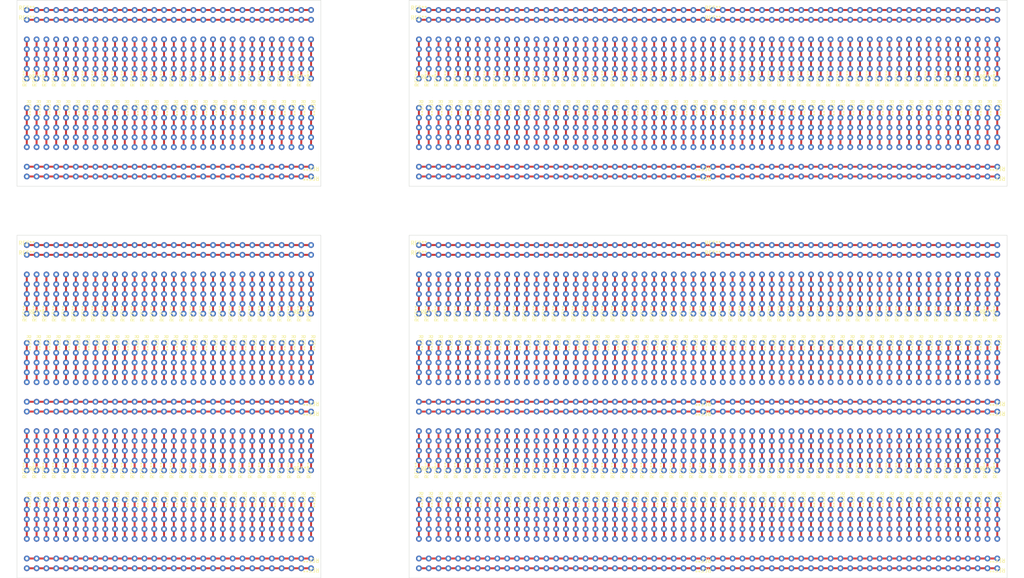
<source format=kicad_pcb>
(kicad_pcb (version 20211014) (generator pcbnew)
  (layers (0 "F.Cu" signal) (31 "B.Cu" signal) (34 "B.Paste" user) (35 "F.Paste" user) (36 "B.SilkS" user "B.Silkscreen") (37 "F.SilkS" user "F.Silkscreen") (38 "B.Mask" user) (39 "F.Mask" user) (44 "Edge.Cuts" user))
  (net 0 "")
  (footprint "stuipid-electronics-components:5-pin-rail" (layer "F.Cu") (at 182.88 152.4 -90)
    (fp_text reference "REF**")
    (fp_text value "5-pin-rail")
  )
  (footprint "stuipid-electronics-components:5-pin-rail" (layer "F.Cu") (at 83.82 144.78 90)
    (fp_text reference "REF**")
    (fp_text value "5-pin-rail")
  )
  (footprint "stuipid-electronics-components:5-pin-rail" (layer "F.Cu") (at 144.78 104.14 90)
    (fp_text reference "REF**")
    (fp_text value "5-pin-rail")
  )
  (footprint "stuipid-electronics-components:5-pin-rail" (layer "F.Cu") (at 38.1 43.18 90)
    (fp_text reference "REF**")
    (fp_text value "5-pin-rail")
  )
  (footprint "stuipid-electronics-components:5-pin-rail" (layer "F.Cu") (at 33.02 50.8 -90)
    (fp_text reference "REF**")
    (fp_text value "5-pin-rail")
  )
  (footprint "stuipid-electronics-components:5-pin-rail" (layer "F.Cu") (at 127 111.76 -90)
    (fp_text reference "REF**")
    (fp_text value "5-pin-rail")
  )
  (footprint "stuipid-electronics-components:5-pin-rail" (layer "F.Cu") (at 233.68 43.18 90)
    (fp_text reference "REF**")
    (fp_text value "5-pin-rail")
  )
  (footprint "stuipid-electronics-components:5-pin-rail" (layer "F.Cu") (at 170.18 111.76 -90)
    (fp_text reference "REF**")
    (fp_text value "5-pin-rail")
  )
  (footprint "stuipid-electronics-components:5-pin-rail" (layer "F.Cu") (at 99.06 43.18 90)
    (fp_text reference "REF**")
    (fp_text value "5-pin-rail")
  )
  (footprint "stuipid-electronics-components:5-pin-rail" (layer "F.Cu") (at 76.2 43.18 90)
    (fp_text reference "REF**")
    (fp_text value "5-pin-rail")
  )
  (footprint "stuipid-electronics-components:5-pin-rail" (layer "F.Cu") (at 218.44 111.76 -90)
    (fp_text reference "REF**")
    (fp_text value "5-pin-rail")
  )
  (footprint "MountingHole:MountingHole_3.2mm_M3" (layer "F.Cu") (at 27.94 46.99)
    (fp_text reference "REF**")
    (fp_text value "MountingHole_3.2mm_M3")
  )
  (footprint "stuipid-electronics-components:5-pin-rail" (layer "F.Cu") (at 190.5 50.8 -90)
    (fp_text reference "REF**")
    (fp_text value "5-pin-rail")
  )
  (footprint "stuipid-electronics-components:5-pin-rail" (layer "F.Cu") (at 233.68 111.76 -90)
    (fp_text reference "REF**")
    (fp_text value "5-pin-rail")
  )
  (footprint "stuipid-electronics-components:5-pin-rail" (layer "F.Cu") (at 210.82 50.8 -90)
    (fp_text reference "REF**")
    (fp_text value "5-pin-rail")
  )
  (footprint "stuipid-electronics-components:5-pin-rail" (layer "F.Cu") (at 154.94 43.18 90)
    (fp_text reference "REF**")
    (fp_text value "5-pin-rail")
  )
  (footprint "stuipid-electronics-components:5-pin-rail" (layer "F.Cu") (at 180.34 144.78 90)
    (fp_text reference "REF**")
    (fp_text value "5-pin-rail")
  )
  (footprint "stuipid-electronics-components:5-pin-rail" (layer "F.Cu") (at 152.4 104.14 90)
    (fp_text reference "REF**")
    (fp_text value "5-pin-rail")
  )
  (footprint "stuipid-electronics-components:30-pin-rail" (layer "F.Cu") (at 99.06 127 180)
    (fp_text reference "REF**")
    (fp_text value "30-pin-rail")
  )
  (footprint "stuipid-electronics-components:5-pin-rail" (layer "F.Cu") (at 55.88 43.18 90)
    (fp_text reference "REF**")
    (fp_text value "5-pin-rail")
  )
  (footprint "stuipid-electronics-components:5-pin-rail" (layer "F.Cu") (at 71.12 104.14 90)
    (fp_text reference "REF**")
    (fp_text value "5-pin-rail")
  )
  (footprint "stuipid-electronics-components:5-pin-rail" (layer "F.Cu") (at 99.06 111.76 -90)
    (fp_text reference "REF**")
    (fp_text value "5-pin-rail")
  )
  (footprint "stuipid-electronics-components:5-pin-rail" (layer "F.Cu") (at 251.46 104.14 90)
    (fp_text reference "REF**")
    (fp_text value "5-pin-rail")
  )
  (footprint "stuipid-electronics-components:5-pin-rail" (layer "F.Cu") (at 68.58 50.8 -90)
    (fp_text reference "REF**")
    (fp_text value "5-pin-rail")
  )
  (footprint "stuipid-electronics-components:5-pin-rail" (layer "F.Cu") (at 185.42 43.18 90)
    (fp_text reference "REF**")
    (fp_text value "5-pin-rail")
  )
  (footprint "stuipid-electronics-components:5-pin-rail" (layer "F.Cu") (at 127 43.18 90)
    (fp_text reference "REF**")
    (fp_text value "5-pin-rail")
  )
  (footprint "stuipid-electronics-components:5-pin-rail" (layer "F.Cu") (at 147.32 50.8 -90)
    (fp_text reference "REF**")
    (fp_text value "5-pin-rail")
  )
  (footprint "stuipid-electronics-components:5-pin-rail" (layer "F.Cu") (at 213.36 43.18 90)
    (fp_text reference "REF**")
    (fp_text value "5-pin-rail")
  )
  (footprint "stuipid-electronics-components:5-pin-rail" (layer "F.Cu") (at 276.86 152.4 -90)
    (fp_text reference "REF**")
    (fp_text value "5-pin-rail")
  )
  (footprint "stuipid-electronics-components:5-pin-rail" (layer "F.Cu") (at 208.28 111.76 -90)
    (fp_text reference "REF**")
    (fp_text value "5-pin-rail")
  )
  (footprint "stuipid-electronics-components:5-pin-rail" (layer "F.Cu") (at 198.12 104.14 90)
    (fp_text reference "REF**")
    (fp_text value "5-pin-rail")
  )
  (footprint "stuipid-electronics-components:5-pin-rail" (layer "F.Cu") (at 200.66 50.8 -90)
    (fp_text reference "REF**")
    (fp_text value "5-pin-rail")
  )
  (footprint "stuipid-electronics-components:5-pin-rail" (layer "F.Cu") (at 27.94 144.78 90)
    (fp_text reference "REF**")
    (fp_text value "5-pin-rail")
  )
  (footprint "stuipid-electronics-components:5-pin-rail" (layer "F.Cu") (at 147.32 104.14 90)
    (fp_text reference "REF**")
    (fp_text value "5-pin-rail")
  )
  (footprint "stuipid-electronics-components:5-pin-rail" (layer "F.Cu") (at 88.9 111.76 -90)
    (fp_text reference "REF**")
    (fp_text value "5-pin-rail")
  )
  (footprint "stuipid-electronics-components:30-pin-rail" (layer "F.Cu") (at 127 27.94)
    (fp_text reference "REF**")
    (fp_text value "30-pin-rail")
  )
  (footprint "stuipid-electronics-components:5-pin-rail" (layer "F.Cu") (at 266.7 50.8 -90)
    (fp_text reference "REF**")
    (fp_text value "5-pin-rail")
  )
  (footprint "stuipid-electronics-components:5-pin-rail" (layer "F.Cu") (at 215.9 104.14 90)
    (fp_text reference "REF**")
    (fp_text value "5-pin-rail")
  )
  (footprint "stuipid-electronics-components:5-pin-rail" (layer "F.Cu") (at 215.9 111.76 -90)
    (fp_text reference "REF**")
    (fp_text value "5-pin-rail")
  )
  (footprint "stuipid-electronics-components:5-pin-rail" (layer "F.Cu") (at 147.32 43.18 90)
    (fp_text reference "REF**")
    (fp_text value "5-pin-rail")
  )
  (footprint "stuipid-electronics-components:5-pin-rail" (layer "F.Cu") (at 137.16 43.18 90)
    (fp_text reference "REF**")
    (fp_text value "5-pin-rail")
  )
  (footprint "stuipid-electronics-components:5-pin-rail" (layer "F.Cu") (at 53.34 144.78 90)
    (fp_text reference "REF**")
    (fp_text value "5-pin-rail")
  )
  (footprint "stuipid-electronics-components:30-pin-rail" (layer "F.Cu") (at 25.4 25.4)
    (fp_text reference "REF**")
    (fp_text value "30-pin-rail")
  )
  (footprint "MountingHole:MountingHole_3.2mm_M3" (layer "F.Cu") (at 27.94 107.95)
    (fp_text reference "REF**")
    (fp_text value "MountingHole_3.2mm_M3")
  )
  (footprint "stuipid-electronics-components:5-pin-rail" (layer "F.Cu") (at 149.86 104.14 90)
    (fp_text reference "REF**")
    (fp_text value "5-pin-rail")
  )
  (footprint "stuipid-electronics-components:5-pin-rail" (layer "F.Cu") (at 73.66 43.18 90)
    (fp_text reference "REF**")
    (fp_text value "5-pin-rail")
  )
  (footprint "stuipid-electronics-components:5-pin-rail" (layer "F.Cu") (at 43.18 144.78 90)
    (fp_text reference "REF**")
    (fp_text value "5-pin-rail")
  )
  (footprint "stuipid-electronics-components:5-pin-rail" (layer "F.Cu") (at 195.58 111.76 -90)
    (fp_text reference "REF**")
    (fp_text value "5-pin-rail")
  )
  (footprint "stuipid-electronics-components:5-pin-rail" (layer "F.Cu") (at 127 144.78 90)
    (fp_text reference "REF**")
    (fp_text value "5-pin-rail")
  )
  (footprint "stuipid-electronics-components:5-pin-rail" (layer "F.Cu") (at 238.76 104.14 90)
    (fp_text reference "REF**")
    (fp_text value "5-pin-rail")
  )
  (footprint "stuipid-electronics-components:5-pin-rail" (layer "F.Cu") (at 182.88 111.76 -90)
    (fp_text reference "REF**")
    (fp_text value "5-pin-rail")
  )
  (footprint "stuipid-electronics-components:30-pin-rail" (layer "F.Cu") (at 276.86 68.58 180)
    (fp_text reference "REF**")
    (fp_text value "30-pin-rail")
  )
  (footprint "stuipid-electronics-components:5-pin-rail" (layer "F.Cu") (at 99.06 50.8 -90)
    (fp_text reference "REF**")
    (fp_text value "5-pin-rail")
  )
  (footprint "stuipid-electronics-components:5-pin-rail" (layer "F.Cu") (at 246.38 152.4 -90)
    (fp_text reference "REF**")
    (fp_text value "5-pin-rail")
  )
  (footprint "stuipid-electronics-components:5-pin-rail" (layer "F.Cu") (at 264.16 104.14 90)
    (fp_text reference "REF**")
    (fp_text value "5-pin-rail")
  )
  (footprint "stuipid-electronics-components:30-pin-rail" (layer "F.Cu") (at 99.06 167.64 180)
    (fp_text reference "REF**")
    (fp_text value "30-pin-rail")
  )
  (footprint "stuipid-electronics-components:5-pin-rail" (layer "F.Cu") (at 142.24 152.4 -90)
    (fp_text reference "REF**")
    (fp_text value "5-pin-rail")
  )
  (footprint "stuipid-electronics-components:5-pin-rail" (layer "F.Cu") (at 147.32 144.78 90)
    (fp_text reference "REF**")
    (fp_text value "5-pin-rail")
  )
  (footprint "stuipid-electronics-components:30-pin-rail" (layer "F.Cu") (at 203.2 88.9)
    (fp_text reference "REF**")
    (fp_text value "30-pin-rail")
  )
  (footprint "stuipid-electronics-components:5-pin-rail" (layer "F.Cu") (at 223.52 43.18 90)
    (fp_text reference "REF**")
    (fp_text value "5-pin-rail")
  )
  (footprint "stuipid-electronics-components:5-pin-rail" (layer "F.Cu") (at 58.42 50.8 -90)
    (fp_text reference "REF**")
    (fp_text value "5-pin-rail")
  )
  (footprint "stuipid-electronics-components:5-pin-rail" (layer "F.Cu") (at 43.18 152.4 -90)
    (fp_text reference "REF**")
    (fp_text value "5-pin-rail")
  )
  (footprint "stuipid-electronics-components:5-pin-rail" (layer "F.Cu") (at 43.18 43.18 90)
    (fp_text reference "REF**")
    (fp_text value "5-pin-rail")
  )
  (footprint "stuipid-electronics-components:5-pin-rail" (layer "F.Cu") (at 233.68 104.14 90)
    (fp_text reference "REF**")
    (fp_text value "5-pin-rail")
  )
  (footprint "stuipid-electronics-components:30-pin-rail" (layer "F.Cu") (at 276.86 167.64 180)
    (fp_text reference "REF**")
    (fp_text value "30-pin-rail")
  )
  (footprint "stuipid-electronics-components:5-pin-rail" (layer "F.Cu") (at 157.48 104.14 90)
    (fp_text reference "REF**")
    (fp_text value "5-pin-rail")
  )
  (footprint "stuipid-electronics-components:5-pin-rail" (layer "F.Cu") (at 205.74 152.4 -90)
    (fp_text reference "REF**")
    (fp_text value "5-pin-rail")
  )
  (footprint "stuipid-electronics-components:5-pin-rail" (layer "F.Cu") (at 236.22 104.14 90)
    (fp_text reference "REF**")
    (fp_text value "5-pin-rail")
  )
  (footprint "stuipid-electronics-components:5-pin-rail" (layer "F.Cu") (at 88.9 50.8 -90)
    (fp_text reference "REF**")
    (fp_text value "5-pin-rail")
  )
  (footprint "stuipid-electronics-components:5-pin-rail" (layer "F.Cu") (at 175.26 43.18 90)
    (fp_text reference "REF**")
    (fp_text value "5-pin-rail")
  )
  (footprint "stuipid-electronics-components:5-pin-rail" (layer "F.Cu") (at 236.22 43.18 90)
    (fp_text reference "REF**")
    (fp_text value "5-pin-rail")
  )
  (footprint "stuipid-electronics-components:5-pin-rail" (layer "F.Cu") (at 233.68 144.78 90)
    (fp_text reference "REF**")
    (fp_text value "5-pin-rail")
  )
  (footprint "stuipid-electronics-components:5-pin-rail" (layer "F.Cu") (at 220.98 152.4 -90)
    (fp_text reference "REF**")
    (fp_text value "5-pin-rail")
  )
  (footprint "stuipid-electronics-components:5-pin-rail" (layer "F.Cu") (at 53.34 152.4 -90)
    (fp_text reference "REF**")
    (fp_text value "5-pin-rail")
  )
  (footprint "stuipid-electronics-components:5-pin-rail" (layer "F.Cu") (at 33.02 144.78 90)
    (fp_text reference "REF**")
    (fp_text value "5-pin-rail")
  )
  (footprint "stuipid-electronics-components:5-pin-rail" (layer "F.Cu") (at 147.32 111.76 -90)
    (fp_text reference "REF**")
    (fp_text value "5-pin-rail")
  )
  (footprint "stuipid-electronics-components:5-pin-rail" (layer "F.Cu") (at 200.66 111.76 -90)
    (fp_text reference "REF**")
    (fp_text value "5-pin-rail")
  )
  (footprint "MountingHole:MountingHole_3.2mm_M3" (layer "F.Cu") (at 274.32 107.95)
    (fp_text reference "REF**")
    (fp_text value "MountingHole_3.2mm_M3")
  )
  (footprint "stuipid-electronics-components:5-pin-rail" (layer "F.Cu") (at 71.12 50.8 -90)
    (fp_text reference "REF**")
    (fp_text value "5-pin-rail")
  )
  (footprint "stuipid-electronics-components:5-pin-rail" (layer "F.Cu") (at 200.66 152.4 -90)
    (fp_text reference "REF**")
    (fp_text value "5-pin-rail")
  )
  (footprint "stuipid-electronics-components:5-pin-rail" (layer "F.Cu") (at 86.36 43.18 90)
    (fp_text reference "REF**")
    (fp_text value "5-pin-rail")
  )
  (footprint "stuipid-electronics-components:5-pin-rail" (layer "F.Cu") (at 152.4 144.78 90)
    (fp_text reference "REF**")
    (fp_text value "5-pin-rail")
  )
  (footprint "stuipid-electronics-components:5-pin-rail" (layer "F.Cu") (at 71.12 43.18 90)
    (fp_text reference "REF**")
    (fp_text value "5-pin-rail")
  )
  (footprint "stuipid-electronics-components:5-pin-rail" (layer "F.Cu") (at 71.12 152.4 -90)
    (fp_text reference "REF**")
    (fp_text value "5-pin-rail")
  )
  (footprint "stuipid-electronics-components:5-pin-rail" (layer "F.Cu") (at 73.66 111.76 -90)
    (fp_text reference "REF**")
    (fp_text value "5-pin-rail")
  )
  (footprint "stuipid-electronics-components:5-pin-rail" (layer "F.Cu") (at 248.92 152.4 -90)
    (fp_text reference "REF**")
    (fp_text value "5-pin-rail")
  )
  (footprint "stuipid-electronics-components:5-pin-rail" (layer "F.Cu") (at 167.64 104.14 90)
    (fp_text reference "REF**")
    (fp_text value "5-pin-rail")
  )
  (footprint "stuipid-electronics-components:5-pin-rail" (layer "F.Cu") (at 243.84 50.8 -90)
    (fp_text reference "REF**")
    (fp_text value "5-pin-rail")
  )
  (footprint "stuipid-electronics-components:5-pin-rail" (layer "F.Cu") (at 256.54 144.78 90)
    (fp_text reference "REF**")
    (fp_text value "5-pin-rail")
  )
  (footprint "stuipid-electronics-components:5-pin-rail" (layer "F.Cu") (at 25.4 50.8 -90)
    (fp_text reference "REF**")
    (fp_text value "5-pin-rail")
  )
  (footprint "stuipid-electronics-components:5-pin-rail" (layer "F.Cu") (at 45.72 43.18 90)
    (fp_text reference "REF**")
    (fp_text value "5-pin-rail")
  )
  (footprint "stuipid-electronics-components:5-pin-rail" (layer "F.Cu") (at 78.74 43.18 90)
    (fp_text reference "REF**")
    (fp_text value "5-pin-rail")
  )
  (footprint "stuipid-electronics-components:5-pin-rail" (layer "F.Cu") (at 154.94 144.78 90)
    (fp_text reference "REF**")
    (fp_text value "5-pin-rail")
  )
  (footprint "stuipid-electronics-components:5-pin-rail" (layer "F.Cu") (at 142.24 144.78 90)
    (fp_text reference "REF**")
    (fp_text value "5-pin-rail")
  )
  (footprint "stuipid-electronics-components:5-pin-rail" (layer "F.Cu") (at 30.48 111.76 -90)
    (fp_text reference "REF**")
    (fp_text value "5-pin-rail")
  )
  (footprint "stuipid-electronics-components:5-pin-rail" (layer "F.Cu") (at 172.72 43.18 90)
    (fp_text reference "REF**")
    (fp_text value "5-pin-rail")
  )
  (footprint "stuipid-electronics-components:5-pin-rail" (layer "F.Cu") (at 208.28 104.14 90)
    (fp_text reference "REF**")
    (fp_text value "5-pin-rail")
  )
  (footprint "stuipid-electronics-components:30-pin-rail" (layer "F.Cu") (at 99.06 170.18 180)
    (fp_text reference "REF**")
    (fp_text value "30-pin-rail")
  )
  (footprint "stuipid-electronics-components:5-pin-rail" (layer "F.Cu") (at 58.42 144.78 90)
    (fp_text reference "REF**")
    (fp_text value "5-pin-rail")
  )
  (footprint "stuipid-electronics-components:5-pin-rail" (layer "F.Cu") (at 66.04 50.8 -90)
    (fp_text reference "REF**")
    (fp_text value "5-pin-rail")
  )
  (footprint "MountingHole:MountingHole_3.2mm_M3" (layer "F.Cu") (at 27.94 148.59)
    (fp_text reference "REF**")
    (fp_text value "MountingHole_3.2mm_M3")
  )
  (footprint "stuipid-electronics-components:5-pin-rail" (layer "F.Cu") (at 38.1 144.78 90)
    (fp_text reference "REF**")
    (fp_text value "5-pin-rail")
  )
  (footprint "stuipid-electronics-components:5-pin-rail" (layer "F.Cu") (at 251.46 152.4 -90)
    (fp_text reference "REF**")
    (fp_text value "5-pin-rail")
  )
  (footprint "stuipid-electronics-components:5-pin-rail" (layer "F.Cu") (at 96.52 43.18 90)
    (fp_text reference "REF**")
    (fp_text value "5-pin-rail")
  )
  (footprint "stuipid-electronics-components:5-pin-rail" (layer "F.Cu") (at 53.34 50.8 -90)
    (fp_text reference "REF**")
    (fp_text value "5-pin-rail")
  )
  (footprint "stuipid-electronics-components:5-pin-rail" (layer "F.Cu") (at 205.74 50.8 -90)
    (fp_text reference "REF**")
    (fp_text value "5-pin-rail")
  )
  (footprint "stuipid-electronics-components:5-pin-rail" (layer "F.Cu") (at 241.3 50.8 -90)
    (fp_text reference "REF**")
    (fp_text value "5-pin-rail")
  )
  (footprint "stuipid-electronics-components:5-pin-rail" (layer "F.Cu") (at 68.58 43.18 90)
    (fp_text reference "REF**")
    (fp_text value "5-pin-rail")
  )
  (footprint "stuipid-electronics-components:5-pin-rail" (layer "F.Cu") (at 137.16 50.8 -90)
    (fp_text reference "REF**")
    (fp_text value "5-pin-rail")
  )
  (footprint "stuipid-electronics-components:5-pin-rail" (layer "F.Cu") (at 91.44 43.18 90)
    (fp_text reference "REF**")
    (fp_text value "5-pin-rail")
  )
  (footprint "stuipid-electronics-components:5-pin-rail" (layer "F.Cu") (at 93.98 50.8 -90)
    (fp_text reference "REF**")
    (fp_text value "5-pin-rail")
  )
  (footprint "stuipid-electronics-components:5-pin-rail" (layer "F.Cu") (at 35.56 50.8 -90)
    (fp_text reference "REF**")
    (fp_text value "5-pin-rail")
  )
  (footprint "stuipid-electronics-components:5-pin-rail" (layer "F.Cu") (at 215.9 152.4 -90)
    (fp_text reference "REF**")
    (fp_text value "5-pin-rail")
  )
  (footprint "stuipid-electronics-components:5-pin-rail" (layer "F.Cu") (at 33.02 152.4 -90)
    (fp_text reference "REF**")
    (fp_text value "5-pin-rail")
  )
  (footprint "stuipid-electronics-components:5-pin-rail" (layer "F.Cu") (at 160.02 152.4 -90)
    (fp_text reference "REF**")
    (fp_text value "5-pin-rail")
  )
  (footprint "stuipid-electronics-components:5-pin-rail" (layer "F.Cu") (at 96.52 50.8 -90)
    (fp_text reference "REF**")
    (fp_text value "5-pin-rail")
  )
  (footprint "stuipid-electronics-components:5-pin-rail" (layer "F.Cu") (at 218.44 43.18 90)
    (fp_text reference "REF**")
    (fp_text value "5-pin-rail")
  )
  (footprint "stuipid-electronics-components:5-pin-rail" (layer "F.Cu") (at 203.2 152.4 -90)
    (fp_text reference "REF**")
    (fp_text value "5-pin-rail")
  )
  (footprint "stuipid-electronics-components:5-pin-rail" (layer "F.Cu") (at 165.1 43.18 90)
    (fp_text reference "REF**")
    (fp_text value "5-pin-rail")
  )
  (footprint "stuipid-electronics-components:5-pin-rail" (layer "F.Cu") (at 144.78 43.18 90)
    (fp_text reference "REF**")
    (fp_text value "5-pin-rail")
  )
  (footprint "stuipid-electronics-components:5-pin-rail" (layer "F.Cu") (at 71.12 111.76 -90)
    (fp_text reference "REF**")
    (fp_text value "5-pin-rail")
  )
  (footprint "stuipid-electronics-components:5-pin-rail" (layer "F.Cu") (at 231.14 43.18 90)
    (fp_text reference "REF**")
    (fp_text value "5-pin-rail")
  )
  (footprint "stuipid-electronics-components:5-pin-rail" (layer "F.Cu") (at 246.38 50.8 -90)
    (fp_text reference "REF**")
    (fp_text value "5-pin-rail")
  )
  (footprint "stuipid-electronics-components:5-pin-rail" (layer "F.Cu") (at 66.04 104.14 90)
    (fp_text reference "REF**")
    (fp_text value "5-pin-rail")
  )
  (footprint "stuipid-electronics-components:30-pin-rail" (layer "F.Cu") (at 276.86 170.18 180)
    (fp_text reference "REF**")
    (fp_text value "30-pin-rail")
  )
  (footprint "stuipid-electronics-components:5-pin-rail" (layer "F.Cu") (at 264.16 144.78 90)
    (fp_text reference "REF**")
    (fp_text value "5-pin-rail")
  )
  (footprint "stuipid-electronics-components:5-pin-rail" (layer "F.Cu") (at 63.5 43.18 90)
    (fp_text reference "REF**")
    (fp_text value "5-pin-rail")
  )
  (footprint "stuipid-electronics-components:5-pin-rail" (layer "F.Cu") (at 78.74 104.14 90)
    (fp_text reference "REF**")
    (fp_text value "5-pin-rail")
  )
  (footprint "stuipid-electronics-components:5-pin-rail" (layer "F.Cu") (at 203.2 111.76 -90)
    (fp_text reference "REF**")
    (fp_text value "5-pin-rail")
  )
  (footprint "stuipid-electronics-components:5-pin-rail" (layer "F.Cu") (at 276.86 43.18 90)
    (fp_text reference "REF**")
    (fp_text value "5-pin-rail")
  )
  (footprint "stuipid-electronics-components:5-pin-rail" (layer "F.Cu") (at 149.86 50.8 -90)
    (fp_text reference "REF**")
    (fp_text value "5-pin-rail")
  )
  (footprint "stuipid-electronics-components:5-pin-rail" (layer "F.Cu") (at 96.52 152.4 -90)
    (fp_text reference "REF**")
    (fp_text value "5-pin-rail")
  )
  (footprint "stuipid-electronics-components:5-pin-rail" (layer "F.Cu") (at 175.26 104.14 90)
    (fp_text reference "REF**")
    (fp_text value "5-pin-rail")
  )
  (footprint "stuipid-electronics-components:5-pin-rail" (layer "F.Cu") (at 193.04 104.14 90)
    (fp_text reference "REF**")
    (fp_text value "5-pin-rail")
  )
  (footprint "stuipid-electronics-components:5-pin-rail" (layer "F.Cu") (at 238.76 111.76 -90)
    (fp_text reference "REF**")
    (fp_text value "5-pin-rail")
  )
  (footprint "stuipid-electronics-components:5-pin-rail" (layer "F.Cu") (at 137.16 144.78 90)
    (fp_text reference "REF**")
    (fp_text value "5-pin-rail")
  )
  (footprint "stuipid-electronics-components:5-pin-rail" (layer "F.Cu") (at 210.82 144.78 90)
    (fp_text reference "REF**")
    (fp_text value "5-pin-rail")
  )
  (footprint "stuipid-electronics-components:5-pin-rail" (layer "F.Cu") (at 81.28 144.78 90)
    (fp_text reference "REF**")
    (fp_text value "5-pin-rail")
  )
  (footprint "stuipid-electronics-components:5-pin-rail" (layer "F.Cu") (at 160.02 43.18 90)
    (fp_text reference "REF**")
    (fp_text value "5-pin-rail")
  )
  (footprint "stuipid-electronics-components:5-pin-rail" (layer "F.Cu") (at 78.74 50.8 -90)
    (fp_text reference "REF**")
    (fp_text value "5-pin-rail")
  )
  (footprint "stuipid-electronics-components:5-pin-rail" (layer "F.Cu") (at 160.02 50.8 -90)
    (fp_text reference "REF**")
    (fp_text value "5-pin-rail")
  )
  (footprint "stuipid-electronics-components:5-pin-rail" (layer "F.Cu") (at 213.36 152.4 -90)
    (fp_text reference "REF**")
    (fp_text value "5-pin-rail")
  )
  (footprint "stuipid-electronics-components:5-pin-rail" (layer "F.Cu") (at 86.36 50.8 -90)
    (fp_text reference "REF**")
    (fp_text value "5-pin-rail")
  )
  (footprint "stuipid-electronics-components:5-pin-rail" (layer "F.Cu") (at 203.2 104.14 90)
    (fp_text reference "REF**")
    (fp_text value "5-pin-rail")
  )
  (footprint "stuipid-electronics-components:5-pin-rail" (layer "F.Cu") (at 88.9 144.78 90)
    (fp_text reference "REF**")
    (fp_text value "5-pin-rail")
  )
  (footprint "stuipid-electronics-components:5-pin-rail" (layer "F.Cu") (at 215.9 43.18 90)
    (fp_text reference "REF**")
    (fp_text value "5-pin-rail")
  )
  (footprint "stuipid-electronics-components:5-pin-rail" (layer "F.Cu") (at 180.34 152.4 -90)
    (fp_text reference "REF**")
    (fp_text value "5-pin-rail")
  )
  (footprint "stuipid-electronics-components:5-pin-rail" (layer "F.Cu") (at 271.78 104.14 90)
    (fp_text reference "REF**")
    (fp_text value "5-pin-rail")
  )
  (footprint "stuipid-electronics-components:5-pin-rail" (layer "F.Cu") (at 233.68 50.8 -90)
    (fp_text reference "REF**")
    (fp_text value "5-pin-rail")
  )
  (footprint "stuipid-electronics-components:5-pin-rail" (layer "F.Cu") (at 195.58 43.18 90)
    (fp_text reference "REF**")
    (fp_text value "5-pin-rail")
  )
  (footprint "stuipid-electronics-components:5-pin-rail" (layer "F.Cu") (at 177.8 111.76 -90)
    (fp_text reference "REF**")
    (fp_text value "5-pin-rail")
  )
  (footprint "stuipid-electronics-components:5-pin-rail" (layer "F.Cu") (at 137.16 104.14 90)
    (fp_text reference "REF**")
    (fp_text value "5-pin-rail")
  )
  (footprint "stuipid-electronics-components:5-pin-rail" (layer "F.Cu") (at 165.1 144.78 90)
    (fp_text reference "REF**")
    (fp_text value "5-pin-rail")
  )
  (footprint "stuipid-electronics-components:5-pin-rail" (layer "F.Cu") (at 60.96 50.8 -90)
    (fp_text reference "REF**")
    (fp_text value "5-pin-rail")
  )
  (footprint "stuipid-electronics-components:5-pin-rail" (layer "F.Cu") (at 170.18 144.78 90)
    (fp_text reference "REF**")
    (fp_text value "5-pin-rail")
  )
  (footprint "stuipid-electronics-components:5-pin-rail" (layer "F.Cu") (at 256.54 111.76 -90)
    (fp_text reference "REF**")
    (fp_text value "5-pin-rail")
  )
  (footprint "stuipid-electronics-components:5-pin-rail" (layer "F.Cu") (at 33.02 104.14 90)
    (fp_text reference "REF**")
    (fp_text value "5-pin-rail")
  )
  (footprint "stuipid-electronics-components:5-pin-rail" (layer "F.Cu") (at 213.36 111.76 -90)
    (fp_text reference "REF**")
    (fp_text value "5-pin-rail")
  )
  (footprint "stuipid-electronics-components:5-pin-rail" (layer "F.Cu") (at 66.04 43.18 90)
    (fp_text reference "REF**")
    (fp_text value "5-pin-rail")
  )
  (footprint "stuipid-electronics-components:5-pin-rail" (layer "F.Cu") (at 144.78 144.78 90)
    (fp_text reference "REF**")
    (fp_text value "5-pin-rail")
  )
  (footprint "stuipid-electronics-components:5-pin-rail" (layer "F.Cu") (at 254 144.78 90)
    (fp_text reference "REF**")
    (fp_text value "5-pin-rail")
  )
  (footprint "stuipid-electronics-components:5-pin-rail" (layer "F.Cu") (at 269.24 50.8 -90)
    (fp_text reference "REF**")
    (fp_text value "5-pin-rail")
  )
  (footprint "stuipid-electronics-components:5-pin-rail" (layer "F.Cu") (at 208.28 144.78 90)
    (fp_text reference "REF**")
    (fp_text value "5-pin-rail")
  )
  (footprint "stuipid-electronics-components:5-pin-rail" (layer "F.Cu") (at 35.56 111.76 -90)
    (fp_text reference "REF**")
    (fp_text value "5-pin-rail")
  )
  (footprint "stuipid-electronics-components:5-pin-rail" (layer "F.Cu") (at 264.16 152.4 -90)
    (fp_text reference "REF**")
    (fp_text value "5-pin-rail")
  )
  (footprint "stuipid-electronics-components:5-pin-rail" (layer "F.Cu") (at 149.86 43.18 90)
    (fp_text reference "REF**")
    (fp_text value "5-pin-rail")
  )
  (footprint "stuipid-electronics-components:5-pin-rail" (layer "F.Cu") (at 139.7 144.78 90)
    (fp_text reference "REF**")
    (fp_text value "5-pin-rail")
  )
  (footprint "stuipid-electronics-components:5-pin-rail" (layer "F.Cu") (at 266.7 111.76 -90)
    (fp_text reference "REF**")
    (fp_text value "5-pin-rail")
  )
  (footprint "stuipid-electronics-components:5-pin-rail" (layer "F.Cu") (at 81.28 104.14 90)
    (fp_text reference "REF**")
    (fp_text value "5-pin-rail")
  )
  (footprint "stuipid-electronics-components:5-pin-rail" (layer "F.Cu") (at 81.28 50.8 -90)
    (fp_text reference "REF**")
    (fp_text value "5-pin-rail")
  )
  (footprint "stuipid-electronics-components:5-pin-rail" (layer "F.Cu") (at 48.26 152.4 -90)
    (fp_text reference "REF**")
    (fp_text value "5-pin-rail")
  )
  (footprint "stuipid-electronics-components:5-pin-rail" (layer "F.Cu") (at 27.94 152.4 -90)
    (fp_text reference "REF**")
    (fp_text value "5-pin-rail")
  )
  (footprint "stuipid-electronics-components:30-pin-rail" (layer "F.Cu") (at 25.4 88.9)
    (fp_text reference "REF**")
    (fp_text value "30-pin-rail")
  )
  (footprint "stuipid-electronics-components:5-pin-rail" (layer "F.Cu") (at 142.24 104.14 90)
    (fp_text reference "REF**")
    (fp_text value "5-pin-rail")
  )
  (footprint "stuipid-electronics-components:5-pin-rail" (layer "F.Cu") (at 91.44 152.4 -90)
    (fp_text reference "REF**")
    (fp_text value "5-pin-rail")
  )
  (footprint "stuipid-electronics-components:5-pin-rail" (layer "F.Cu") (at 271.78 43.18 90)
    (fp_text reference "REF**")
    (fp_text value "5-pin-rail")
  )
  (footprint "stuipid-electronics-components:5-pin-rail" (layer "F.Cu") (at 134.62 50.8 -90)
    (fp_text reference "REF**")
    (fp_text value "5-pin-rail")
  )
  (footprint "stuipid-electronics-components:5-pin-rail" (layer "F.Cu") (at 198.12 111.76 -90)
    (fp_text reference "REF**")
    (fp_text value "5-pin-rail")
  )
  (footprint "stuipid-electronics-components:5-pin-rail" (layer "F.Cu") (at 127 50.8 -90)
    (fp_text reference "REF**")
    (fp_text value "5-pin-rail")
  )
  (footprint "stuipid-electronics-components:5-pin-rail" (layer "F.Cu") (at 134.62 111.76 -90)
    (fp_text reference "REF**")
    (fp_text value "5-pin-rail")
  )
  (footprint "stuipid-electronics-components:5-pin-rail" (layer "F.Cu") (at 60.96 111.76 -90)
    (fp_text reference "REF**")
    (fp_text value "5-pin-rail")
  )
  (footprint "stuipid-electronics-components:5-pin-rail" (layer "F.Cu") (at 210.82 111.76 -90)
    (fp_text reference "REF**")
    (fp_text value "5-pin-rail")
  )
  (footprint "stuipid-electronics-components:5-pin-rail" (layer "F.Cu") (at 259.08 111.76 -90)
    (fp_text reference "REF**")
    (fp_text value "5-pin-rail")
  )
  (footprint "stuipid-electronics-components:5-pin-rail" (layer "F.Cu") (at 93.98 43.18 90)
    (fp_text reference "REF**")
    (fp_text value "5-pin-rail")
  )
  (footprint "stuipid-electronics-components:5-pin-rail" (layer "F.Cu") (at 243.84 43.18 90)
    (fp_text reference "REF**")
    (fp_text value "5-pin-rail")
  )
  (footprint "stuipid-electronics-components:5-pin-rail" (layer "F.Cu") (at 256.54 43.18 90)
    (fp_text reference "REF**")
    (fp_text value "5-pin-rail")
  )
  (footprint "stuipid-electronics-components:5-pin-rail" (layer "F.Cu") (at 86.36 144.78 90)
    (fp_text reference "REF**")
    (fp_text value "5-pin-rail")
  )
  (footprint "stuipid-electronics-components:5-pin-rail" (layer "F.Cu") (at 187.96 104.14 90)
    (fp_text reference "REF**")
    (fp_text value "5-pin-rail")
  )
  (footprint "stuipid-electronics-components:5-pin-rail" (layer "F.Cu") (at 43.18 104.14 90)
    (fp_text reference "REF**")
    (fp_text value "5-pin-rail")
  )
  (footprint "stuipid-electronics-components:5-pin-rail" (layer "F.Cu") (at 231.14 111.76 -90)
    (fp_text reference "REF**")
    (fp_text value "5-pin-rail")
  )
  (footprint "stuipid-electronics-components:5-pin-rail" (layer "F.Cu") (at 53.34 104.14 90)
    (fp_text reference "REF**")
    (fp_text value "5-pin-rail")
  )
  (footprint "stuipid-electronics-components:5-pin-rail" (layer "F.Cu") (at 30.48 144.78 90)
    (fp_text reference "REF**")
    (fp_text value "5-pin-rail")
  )
  (footprint "stuipid-electronics-components:30-pin-rail" (layer "F.Cu") (at 25.4 27.94)
    (fp_text reference "REF**")
    (fp_text value "30-pin-rail")
  )
  (footprint "stuipid-electronics-components:5-pin-rail" (layer "F.Cu") (at 274.32 104.14 90)
    (fp_text reference "REF**")
    (fp_text value "5-pin-rail")
  )
  (footprint "stuipid-electronics-components:5-pin-rail" (layer "F.Cu") (at 45.72 144.78 90)
    (fp_text reference "REF**")
    (fp_text value "5-pin-rail")
  )
  (footprint "stuipid-electronics-components:5-pin-rail" (layer "F.Cu") (at 73.66 104.14 90)
    (fp_text reference "REF**")
    (fp_text value "5-pin-rail")
  )
  (footprint "stuipid-electronics-components:5-pin-rail" (layer "F.Cu") (at 231.14 144.78 90)
    (fp_text reference "REF**")
    (fp_text value "5-pin-rail")
  )
  (footprint "MountingHole:MountingHole_3.2mm_M3" (layer "F.Cu") (at 129.54 107.95)
    (fp_text reference "REF**")
    (fp_text value "MountingHole_3.2mm_M3")
  )
  (footprint "stuipid-electronics-components:5-pin-rail" (layer "F.Cu") (at 139.7 104.14 90)
    (fp_text reference "REF**")
    (fp_text value "5-pin-rail")
  )
  (footprint "stuipid-electronics-components:5-pin-rail" (layer "F.Cu") (at 177.8 104.14 90)
    (fp_text reference "REF**")
    (fp_text value "5-pin-rail")
  )
  (footprint "stuipid-electronics-components:5-pin-rail" (layer "F.Cu") (at 40.64 50.8 -90)
    (fp_text reference "REF**")
    (fp_text value "5-pin-rail")
  )
  (footprint "stuipid-electronics-components:5-pin-rail" (layer "F.Cu") (at 251.46 144.78 90)
    (fp_text reference "REF**")
    (fp_text value "5-pin-rail")
  )
  (footprint "stuipid-electronics-components:30-pin-rail" (layer "F.Cu") (at 203.2 86.36)
    (fp_text reference "REF**")
    (fp_text value "30-pin-rail")
  )
  (footprint "stuipid-electronics-components:5-pin-rail" (layer "F.Cu") (at 157.48 152.4 -90)
    (fp_text reference "REF**")
    (fp_text value "5-pin-rail")
  )
  (footprint "stuipid-electronics-components:5-pin-rail" (layer "F.Cu") (at 205.74 43.18 90)
    (fp_text reference "REF**")
    (fp_text value "5-pin-rail")
  )
  (footprint "stuipid-electronics-components:5-pin-rail" (layer "F.Cu") (at 243.84 144.78 90)
    (fp_text reference "REF**")
    (fp_text value "5-pin-rail")
  )
  (footprint "stuipid-electronics-components:5-pin-rail" (layer "F.Cu") (at 226.06 111.76 -90)
    (fp_text reference "REF**")
    (fp_text value "5-pin-rail")
  )
  (footprint "stuipid-electronics-components:5-pin-rail" (layer "F.Cu") (at 261.62 144.78 90)
    (fp_text reference "REF**")
    (fp_text value "5-pin-rail")
  )
  (footprint "stuipid-electronics-components:5-pin-rail" (layer "F.Cu") (at 231.14 50.8 -90)
    (fp_text reference "REF**")
    (fp_text value "5-pin-rail")
  )
  (footprint "stuipid-electronics-components:5-pin-rail" (layer "F.Cu") (at 40.64 144.78 90)
    (fp_text reference "REF**")
    (fp_text value "5-pin-rail")
  )
  (footprint "stuipid-electronics-components:5-pin-rail" (layer "F.Cu") (at 200.66 43.18 90)
    (fp_text reference "REF**")
    (fp_text value "5-pin-rail")
  )
  (footprint "stuipid-electronics-components:5-pin-rail" (layer "F.Cu") (at 50.8 144.78 90)
    (fp_text reference "REF**")
    (fp_text value "5-pin-rail")
  )
  (footprint "stuipid-electronics-components:5-pin-rail" (layer "F.Cu") (at 274.32 43.18 90)
    (fp_text reference "REF**")
    (fp_text value "5-pin-rail")
  )
  (footprint "stuipid-electronics-components:5-pin-rail" (layer "F.Cu") (at 220.98 144.78 90)
    (fp_text reference "REF**")
    (fp_text value "5-pin-rail")
  )
  (footprint "stuipid-electronics-components:5-pin-rail" (layer "F.Cu") (at 127 152.4 -90)
    (fp_text reference "REF**")
    (fp_text value "5-pin-rail")
  )
  (footprint "stuipid-electronics-components:5-pin-rail" (layer "F.Cu") (at 167.64 111.76 -90)
    (fp_text reference "REF**")
    (fp_text value "5-pin-rail")
  )
  (footprint "stuipid-electronics-components:5-pin-rail" (layer "F.Cu") (at 236.22 144.78 90)
    (fp_text reference "REF**")
    (fp_text value "5-pin-rail")
  )
  (footprint "stuipid-electronics-components:5-pin-rail" (layer "F.Cu") (at 27.94 43.18 90)
    (fp_text reference "REF**")
    (fp_text value "5-pin-rail")
  )
  (footprint "stuipid-electronics-components:5-pin-rail" (layer "F.Cu") (at 160.02 111.76 -90)
    (fp_text reference "REF**")
    (fp_text value "5-pin-rail")
  )
  (footprint "stuipid-electronics-components:5-pin-rail" (layer "F.Cu") (at 83.82 43.18 90)
    (fp_text reference "REF**")
    (fp_text value "5-pin-rail")
  )
  (footprint "stuipid-electronics-components:5-pin-rail" (layer "F.Cu") (at 63.5 144.78 90)
    (fp_text reference "REF**")
    (fp_text value "5-pin-rail")
  )
  (footprint "stuipid-electronics-components:30-pin-rail" (layer "F.Cu") (at 127 88.9)
    (fp_text reference "REF**")
    (fp_text value "30-pin-rail")
  )
  (footprint "stuipid-electronics-components:5-pin-rail" (layer "F.Cu") (at 187.96 50.8 -90)
    (fp_text reference "REF**")
    (fp_text value "5-pin-rail")
  )
  (footprint "stuipid-electronics-components:5-pin-rail" (layer "F.Cu") (at 187.96 152.4 -90)
    (fp_text reference "REF**")
    (fp_text value "5-pin-rail")
  )
  (footprint "stuipid-electronics-components:5-pin-rail" (layer "F.Cu") (at 152.4 152.4 -90)
    (fp_text reference "REF**")
    (fp_text value "5-pin-rail")
  )
  (footprint "stuipid-electronics-components:5-pin-rail" (layer "F.Cu") (at 228.6 152.4 -90)
    (fp_text reference "REF**")
    (fp_text value "5-pin-rail")
  )
  (footprint "stuipid-electronics-components:5-pin-rail" (layer "F.Cu") (at 58.42 111.76 -90)
    (fp_text reference "REF**")
    (fp_text value "5-pin-rail")
  )
  (footprint "stuipid-electronics-components:5-pin-rail" (layer "F.Cu") (at 241.3 144.78 90)
    (fp_text reference "REF**")
    (fp_text value "5-pin-rail")
  )
  (footprint "stuipid-electronics-components:5-pin-rail" (layer "F.Cu") (at 180.34 104.14 90)
    (fp_text reference "REF**")
    (fp_text value "5-pin-rail")
  )
  (footprint "stuipid-electronics-components:5-pin-rail" (layer "F.Cu") (at 25.4 111.76 -90)
    (fp_text reference "REF**")
    (fp_text value "5-pin-rail")
  )
  (footprint "stuipid-electronics-components:5-pin-rail" (layer "F.Cu") (at 149.86 144.78 90)
    (fp_text reference "REF**")
    (fp_text value "5-pin-rail")
  )
  (footprint "stuipid-electronics-components:5-pin-rail" (layer "F.Cu") (at 175.26 144.78 90)
    (fp_text reference "REF**")
    (fp_text value "5-pin-rail")
  )
  (footprint "stuipid-electronics-components:5-pin-rail" (layer "F.Cu") (at 134.62 144.78 90)
    (fp_text reference "REF**")
    (fp_text value "5-pin-rail")
  )
  (footprint "stuipid-electronics-components:30-pin-rail" (layer "F.Cu") (at 99.06 129.54 180)
    (fp_text reference "REF**")
    (fp_text value "30-pin-rail")
  )
  (footprint "stuipid-electronics-components:5-pin-rail" (layer "F.Cu") (at 63.5 111.76 -90)
    (fp_text reference "REF**")
    (fp_text value "5-pin-rail")
  )
  (footprint "stuipid-electronics-components:30-pin-rail" (layer "F.Cu") (at 127 86.36)
    (fp_text reference "REF**")
    (fp_text value "30-pin-rail")
  )
  (footprint "stuipid-electronics-components:5-pin-rail" (layer "F.Cu") (at 35.56 152.4 -90)
    (fp_text reference "REF**")
    (fp_text value "5-pin-rail")
  )
  (footprint "stuipid-electronics-components:5-pin-rail" (layer "F.Cu") (at 27.94 50.8 -90)
    (fp_text reference "REF**")
    (fp_text value "5-pin-rail")
  )
  (footprint "stuipid-electronics-components:5-pin-rail" (layer "F.Cu") (at 81.28 152.4 -90)
    (fp_text reference "REF**")
    (fp_text value "5-pin-rail")
  )
  (footprint "stuipid-electronics-components:5-pin-rail" (layer "F.Cu") (at 269.24 43.18 90)
    (fp_text reference "REF**")
    (fp_text value "5-pin-rail")
  )
  (footprint "stuipid-electronics-components:5-pin-rail" (layer "F.Cu") (at 38.1 50.8 -90)
    (fp_text reference "REF**")
    (fp_text value "5-pin-rail")
  )
  (footprint "stuipid-electronics-components:5-pin-rail" (layer "F.Cu") (at 226.06 144.78 90)
    (fp_text reference "REF**")
    (fp_text value "5-pin-rail")
  )
  (footprint "stuipid-electronics-components:5-pin-rail" (layer "F.Cu") (at 33.02 43.18 90)
    (fp_text reference "REF**")
    (fp_text value "5-pin-rail")
  )
  (footprint "stuipid-electronics-components:5-pin-rail" (layer "F.Cu") (at 233.68 152.4 -90)
    (fp_text reference "REF**")
    (fp_text value "5-pin-rail")
  )
  (footprint "stuipid-electronics-components:5-pin-rail" (layer "F.Cu") (at 86.36 104.14 90)
    (fp_text reference "REF**")
    (fp_text value "5-pin-rail")
  )
  (footprint "stuipid-electronics-components:5-pin-rail" (layer "F.Cu") (at 76.2 111.76 -90)
    (fp_text reference "REF**")
    (fp_text value "5-pin-rail")
  )
  (footprint "stuipid-electronics-components:5-pin-rail" (layer "F.Cu") (at 27.94 104.14 90)
    (fp_text reference "REF**")
    (fp_text value "5-pin-rail")
  )
  (footprint "stuipid-electronics-components:5-pin-rail" (layer "F.Cu") (at 210.82 104.14 90)
    (fp_text reference "REF**")
    (fp_text value "5-pin-rail")
  )
  (footprint "stuipid-electronics-components:5-pin-rail" (layer "F.Cu") (at 182.88 43.18 90)
    (fp_text reference "REF**")
    (fp_text value "5-pin-rail")
  )
  (footprint "stuipid-electronics-components:5-pin-rail" (layer "F.Cu") (at 170.18 152.4 -90)
    (fp_text reference "REF**")
    (fp_text value "5-pin-rail")
  )
  (footprint "stuipid-electronics-components:5-pin-rail" (layer "F.Cu") (at 190.5 104.14 90)
    (fp_text reference "REF**")
    (fp_text value "5-pin-rail")
  )
  (footprint "stuipid-electronics-components:5-pin-rail" (layer "F.Cu") (at 68.58 111.76 -90)
    (fp_text reference "REF**")
    (fp_text value "5-pin-rail")
  )
  (footprint "stuipid-electronics-components:5-pin-rail" (layer "F.Cu") (at 259.08 152.4 -90)
    (fp_text reference "REF**")
    (fp_text value "5-pin-rail")
  )
  (footprint "stuipid-electronics-components:5-pin-rail" (layer "F.Cu") (at 259.08 50.8 -90)
    (fp_text reference "REF**")
    (fp_text value "5-pin-rail")
  )
  (footprint "stuipid-electronics-components:5-pin-rail" (layer "F.Cu") (at 261.62 152.4 -90)
    (fp_text reference "REF**")
    (fp_text value "5-pin-rail")
  )
  (footprint "stuipid-electronics-components:5-pin-rail" (layer "F.Cu") (at 185.42 152.4 -90)
    (fp_text reference "REF**")
    (fp_text value "5-pin-rail")
  )
  (footprint "stuipid-electronics-components:5-pin-rail" (layer "F.Cu") (at 259.08 43.18 90)
    (fp_text reference "REF**")
    (fp_text value "5-pin-rail")
  )
  (footprint "stuipid-electronics-components:5-pin-rail" (layer "F.Cu") (at 269.24 104.14 90)
    (fp_text reference "REF**")
    (fp_text value "5-pin-rail")
  )
  (footprint "stuipid-electronics-components:5-pin-rail" (layer "F.Cu") (at 231.14 152.4 -90)
    (fp_text reference "REF**")
    (fp_text value "5-pin-rail")
  )
  (footprint "stuipid-electronics-components:5-pin-rail" (layer "F.Cu") (at 73.66 152.4 -90)
    (fp_text reference "REF**")
    (fp_text value "5-pin-rail")
  )
  (footprint "stuipid-electronics-components:5-pin-rail" (layer "F.Cu") (at 208.28 43.18 90)
    (fp_text reference "REF**")
    (fp_text value "5-pin-rail")
  )
  (footprint "stuipid-electronics-components:5-pin-rail" (layer "F.Cu") (at 99.06 144.78 90)
    (fp_text reference "REF**")
    (fp_text value "5-pin-rail")
  )
  (footprint "stuipid-electronics-components:5-pin-rail" (layer "F.Cu") (at 129.54 152.4 -90)
    (fp_text reference "REF**")
    (fp_text value "5-pin-rail")
  )
  (footprint "stuipid-electronics-components:5-pin-rail" (layer "F.Cu") (at 198.12 152.4 -90)
    (fp_text reference "REF**")
    (fp_text value "5-pin-rail")
  )
  (footprint "stuipid-electronics-components:5-pin-rail" (layer "F.Cu") (at 193.04 50.8 -90)
    (fp_text reference "REF**")
    (fp_text value "5-pin-rail")
  )
  (footprint "stuipid-electronics-components:5-pin-rail" (layer "F.Cu") (at 144.78 111.76 -90)
    (fp_text reference "REF**")
    (fp_text value "5-pin-rail")
  )
  (footprint "stuipid-electronics-components:5-pin-rail" (layer "F.Cu") (at 165.1 152.4 -90)
    (fp_text reference "REF**")
    (fp_text value "5-pin-rail")
  )
  (footprint "stuipid-electronics-components:5-pin-rail" (layer "F.Cu") (at 185.42 104.14 90)
    (fp_text reference "REF**")
    (fp_text value "5-pin-rail")
  )
  (footprint "stuipid-electronics-components:5-pin-rail" (layer "F.Cu") (at 88.9 104.14 90)
    (fp_text reference "REF**")
    (fp_text value "5-pin-rail")
  )
  (footprint "stuipid-electronics-components:5-pin-rail" (layer "F.Cu") (at 165.1 50.8 -90)
    (fp_text reference "REF**")
    (fp_text value "5-pin-rail")
  )
  (footprint "stuipid-electronics-components:5-pin-rail" (layer "F.Cu") (at 190.5 111.76 -90)
    (fp_text reference "REF**")
    (fp_text value "5-pin-rail")
  )
  (footprint "stuipid-electronics-components:5-pin-rail" (layer "F.Cu") (at 129.54 43.18 90)
    (fp_text reference "REF**")
    (fp_text value "5-pin-rail")
  )
  (footprint "stuipid-electronics-components:30-pin-rail" (layer "F.Cu") (at 200.66 66.04 180)
    (fp_text reference "REF**")
    (fp_text value "30-pin-rail")
  )
  (footprint "stuipid-electronics-components:5-pin-rail" (layer "F.Cu") (at 261.62 50.8 -90)
    (fp_text reference "REF**")
    (fp_text value "5-pin-rail")
  )
  (footprint "stuipid-electronics-components:5-pin-rail" (layer "F.Cu") (at 203.2 43.18 90)
    (fp_text reference "REF**")
    (fp_text value "5-pin-rail")
  )
  (footprint "stuipid-electronics-components:5-pin-rail" (layer "F.Cu") (at 276.86 50.8 -90)
    (fp_text reference "REF**")
    (fp_text value "5-pin-rail")
  )
  (footprint "stuipid-electronics-components:5-pin-rail" (layer "F.Cu") (at 172.72 104.14 90)
    (fp_text reference "REF**")
    (fp_text value "5-pin-rail")
  )
  (footprint "MountingHole:MountingHole_3.2mm_M3" (layer "F.Cu") (at 129.54 46.99)
    (fp_text reference "REF**")
    (fp_text value "MountingHole_3.2mm_M3")
  )
  (footprint "stuipid-electronics-components:5-pin-rail" (layer "F.Cu") (at 276.86 111.76 -90)
    (fp_text reference "REF**")
    (fp_text value "5-pin-rail")
  )
  (footprint "stuipid-electronics-components:5-pin-rail" (layer "F.Cu") (at 208.28 50.8 -90)
    (fp_text reference "REF**")
    (fp_text value "5-pin-rail")
  )
  (footprint "stuipid-electronics-components:5-pin-rail" (layer "F.Cu") (at 142.24 50.8 -90)
    (fp_text reference "REF**")
    (fp_text value "5-pin-rail")
  )
  (footprint "stuipid-electronics-components:5-pin-rail" (layer "F.Cu") (at 53.34 111.76 -90)
    (fp_text reference "REF**")
    (fp_text value "5-pin-rail")
  )
  (footprint "stuipid-electronics-components:5-pin-rail" (layer "F.Cu") (at 38.1 104.14 90)
    (fp_text reference "REF**")
    (fp_text value "5-pin-rail")
  )
  (footprint "stuipid-electronics-components:5-pin-rail" (layer "F.Cu") (at 210.82 152.4 -90)
    (fp_text reference "REF**")
    (fp_text value "5-pin-rail")
  )
  (footprint "stuipid-electronics-components:5-pin-rail" (layer "F.Cu") (at 66.04 111.76 -90)
    (fp_text reference "REF**")
    (fp_text value "5-pin-rail")
  )
  (footprint "stuipid-electronics-components:5-pin-rail" (layer "F.Cu") (at 198.12 144.78 90)
    (fp_text reference "REF**")
    (fp_text value "5-pin-rail")
  )
  (footprint "stuipid-electronics-components:5-pin-rail" (layer "F.Cu") (at 218.44 152.4 -90)
    (fp_text reference "REF**")
    (fp_text value "5-pin-rail")
  )
  (footprint "stuipid-electronics-components:5-pin-rail" (layer "F.Cu") (at 27.94 111.76 -90)
    (fp_text reference "REF**")
    (fp_text value "5-pin-rail")
  )
  (footprint "stuipid-electronics-components:5-pin-rail" (layer "F.Cu") (at 205.74 144.78 90)
    (fp_text reference "REF**")
    (fp_text value "5-pin-rail")
  )
  (footprint "stuipid-electronics-components:5-pin-rail" (layer "F.Cu") (at 137.16 152.4 -90)
    (fp_text reference "REF**")
    (fp_text value "5-pin-rail")
  )
  (footprint "stuipid-electronics-components:5-pin-rail" (layer "F.Cu") (at 25.4 104.14 90)
    (fp_text reference "REF**")
    (fp_text value "5-pin-rail")
  )
  (footprint "stuipid-electronics-components:5-pin-rail" (layer "F.Cu") (at 53.34 43.18 90)
    (fp_text reference "REF**")
    (fp_text value "5-pin-rail")
  )
  (footprint "stuipid-electronics-components:5-pin-rail" (layer "F.Cu") (at 223.52 144.78 90)
    (fp_text reference "REF**")
    (fp_text value "5-pin-rail")
  )
  (footprint "stuipid-electronics-components:5-pin-rail" (layer "F.Cu") (at 68.58 144.78 90)
    (fp_text reference "REF**")
    (fp_text value "5-pin-rail")
  )
  (footprint "stuipid-electronics-components:5-pin-rail" (layer "F.Cu") (at 35.56 43.18 90)
    (fp_text reference "REF**")
    (fp_text value "5-pin-rail")
  )
  (footprint "stuipid-electronics-components:5-pin-rail" (layer "F.Cu") (at 167.64 50.8 -90)
    (fp_text reference "REF**")
    (fp_text value "5-pin-rail")
  )
  (footprint "stuipid-electronics-components:5-pin-rail" (layer "F.Cu") (at 91.44 104.14 90)
    (fp_text reference "REF**")
    (fp_text value "5-pin-rail")
  )
  (footprint "stuipid-electronics-components:5-pin-rail" (layer "F.Cu") (at 223.52 111.76 -90)
    (fp_text reference "REF**")
    (fp_text value "5-pin-rail")
  )
  (footprint "stuipid-electronics-components:5-pin-rail" (layer "F.Cu") (at 25.4 152.4 -90)
    (fp_text reference "REF**")
    (fp_text value "5-pin-rail")
  )
  (footprint "stuipid-electronics-components:5-pin-rail" (layer "F.Cu") (at 185.42 50.8 -90)
    (fp_text reference "REF**")
    (fp_text value "5-pin-rail")
  )
  (footprint "stuipid-electronics-components:5-pin-rail" (layer "F.Cu") (at 243.84 152.4 -90)
    (fp_text reference "REF**")
    (fp_text value "5-pin-rail")
  )
  (footprint "stuipid-electronics-components:5-pin-rail" (layer "F.Cu") (at 99.06 104.14 90)
    (fp_text reference "REF**")
    (fp_text value "5-pin-rail")
  )
  (footprint "stuipid-electronics-components:5-pin-rail" (layer "F.Cu") (at 190.5 144.78 90)
    (fp_text reference "REF**")
    (fp_text value "5-pin-rail")
  )
  (footprint "stuipid-electronics-components:5-pin-rail" (layer "F.Cu") (at 226.06 104.14 90)
    (fp_text reference "REF**")
    (fp_text value "5-pin-rail")
  )
  (footprint "stuipid-electronics-components:5-pin-rail" (layer "F.Cu") (at 251.46 43.18 90)
    (fp_text reference "REF**")
    (fp_text value "5-pin-rail")
  )
  (footprint "stuipid-electronics-components:5-pin-rail" (layer "F.Cu") (at 96.52 144.78 90)
    (fp_text reference "REF**")
    (fp_text value "5-pin-rail")
  )
  (footprint "stuipid-electronics-components:5-pin-rail" (layer "F.Cu") (at 60.96 152.4 -90)
    (fp_text reference "REF**")
    (fp_text value "5-pin-rail")
  )
  (footprint "stuipid-electronics-components:5-pin-rail" (layer "F.Cu") (at 139.7 111.76 -90)
    (fp_text reference "REF**")
    (fp_text value "5-pin-rail")
  )
  (footprint "stuipid-electronics-components:5-pin-rail" (layer "F.Cu") (at 162.56 104.14 90)
    (fp_text reference "REF**")
    (fp_text value "5-pin-rail")
  )
  (footprint "stuipid-electronics-components:5-pin-rail" (layer "F.Cu") (at 137.16 111.76 -90)
    (fp_text reference "REF**")
    (fp_text value "5-pin-rail")
  )
  (footprint "stuipid-electronics-components:5-pin-rail" (layer "F.Cu") (at 274.32 144.78 90)
    (fp_text reference "REF**")
    (fp_text value "5-pin-rail")
  )
  (footprint "stuipid-electronics-components:5-pin-rail" (layer "F.Cu") (at 248.92 144.78 90)
    (fp_text reference "REF**")
    (fp_text value "5-pin-rail")
  )
  (footprint "stuipid-electronics-components:5-pin-rail" (layer "F.Cu") (at 160.02 104.14 90)
    (fp_text reference "REF**")
    (fp_text value "5-pin-rail")
  )
  (footprint "MountingHole:MountingHole_3.2mm_M3" (layer "F.Cu") (at 129.54 148.59)
    (fp_text reference "REF**")
    (fp_text value "MountingHole_3.2mm_M3")
  )
  (footprint "stuipid-electronics-components:5-pin-rail" (layer "F.Cu") (at 259.08 104.14 90)
    (fp_text reference "REF**")
    (fp_text value "5-pin-rail")
  )
  (footprint "stuipid-electronics-components:5-pin-rail" (layer "F.Cu") (at 40.64 43.18 90)
    (fp_text reference "REF**")
    (fp_text value "5-pin-rail")
  )
  (footprint "stuipid-electronics-components:5-pin-rail" (layer "F.Cu") (at 226.06 43.18 90)
    (fp_text reference "REF**")
    (fp_text value "5-pin-rail")
  )
  (footprint "stuipid-electronics-components:5-pin-rail" (layer "F.Cu") (at 162.56 111.76 -90)
    (fp_text reference "REF**")
    (fp_text value "5-pin-rail")
  )
  (footprint "stuipid-electronics-components:5-pin-rail" (layer "F.Cu") (at 195.58 50.8 -90)
    (fp_text reference "REF**")
    (fp_text value "5-pin-rail")
  )
  (footprint "stuipid-electronics-components:5-pin-rail" (layer "F.Cu") (at 144.78 152.4 -90)
    (fp_text reference "REF**")
    (fp_text value "5-pin-rail")
  )
  (footprint "stuipid-electronics-components:5-pin-rail" (layer "F.Cu") (at 63.5 104.14 90)
    (fp_text reference "REF**")
    (fp_text value "5-pin-rail")
  )
  (footprint "stuipid-electronics-components:5-pin-rail" (layer "F.Cu") (at 45.72 104.14 90)
    (fp_text reference "REF**")
    (fp_text value "5-pin-rail")
  )
  (footprint "stuipid-electronics-components:5-pin-rail" (layer "F.Cu") (at 134.62 43.18 90)
    (fp_text reference "REF**")
    (fp_text value "5-pin-rail")
  )
  (footprint "stuipid-electronics-components:5-pin-rail" (layer "F.Cu") (at 93.98 144.78 90)
    (fp_text reference "REF**")
    (fp_text value "5-pin-rail")
  )
  (footprint "stuipid-electronics-components:5-pin-rail" (layer "F.Cu") (at 170.18 43.18 90)
    (fp_text reference "REF**")
    (fp_text value "5-pin-rail")
  )
  (footprint "stuipid-electronics-components:5-pin-rail" (layer "F.Cu") (at 45.72 111.76 -90)
    (fp_text reference "REF**")
    (fp_text value "5-pin-rail")
  )
  (footprint "stuipid-electronics-components:5-pin-rail" (layer "F.Cu") (at 149.86 111.76 -90)
    (fp_text reference "REF**")
    (fp_text value "5-pin-rail")
  )
  (footprint "stuipid-electronics-components:5-pin-rail" (layer "F.Cu") (at 190.5 152.4 -90)
    (fp_text reference "REF**")
    (fp_text value "5-pin-rail")
  )
  (footprint "stuipid-electronics-components:5-pin-rail" (layer "F.Cu") (at 73.66 50.8 -90)
    (fp_text reference "REF**")
    (fp_text value "5-pin-rail")
  )
  (footprint "stuipid-electronics-components:5-pin-rail" (layer "F.Cu") (at 58.42 152.4 -90)
    (fp_text reference "REF**")
    (fp_text value "5-pin-rail")
  )
  (footprint "stuipid-electronics-components:5-pin-rail" (layer "F.Cu") (at 213.36 104.14 90)
    (fp_text reference "REF**")
    (fp_text value "5-pin-rail")
  )
  (footprint "stuipid-electronics-components:5-pin-rail" (layer "F.Cu") (at 58.42 43.18 90)
    (fp_text reference "REF**")
    (fp_text value "5-pin-rail")
  )
  (footprint "stuipid-electronics-components:5-pin-rail" (layer "F.Cu") (at 210.82 43.18 90)
    (fp_text reference "REF**")
    (fp_text value "5-pin-rail")
  )
  (footprint "stuipid-electronics-components:5-pin-rail" (layer "F.Cu") (at 264.16 111.76 -90)
    (fp_text reference "REF**")
    (fp_text value "5-pin-rail")
  )
  (footprint "stuipid-electronics-components:30-pin-rail" (layer "F.Cu") (at 276.86 129.54 180)
    (fp_text reference "REF**")
    (fp_text value "30-pin-rail")
  )
  (footprint "stuipid-electronics-components:5-pin-rail" (layer "F.Cu") (at 175.26 111.76 -90)
    (fp_text reference "REF**")
    (fp_text value "5-pin-rail")
  )
  (footprint "stuipid-electronics-components:5-pin-rail" (layer "F.Cu") (at 83.82 104.14 90)
    (fp_text reference "REF**")
    (fp_text value "5-pin-rail")
  )
  (footprint "stuipid-electronics-components:5-pin-rail" (layer "F.Cu") (at 152.4 43.18 90)
    (fp_text reference "REF**")
    (fp_text value "5-pin-rail")
  )
  (footprint "stuipid-electronics-components:5-pin-rail" (layer "F.Cu") (at 40.64 111.76 -90)
    (fp_text reference "REF**")
    (fp_text value "5-pin-rail")
  )
  (footprint "stuipid-electronics-components:5-pin-rail" (layer "F.Cu") (at 91.44 144.78 90)
    (fp_text reference "REF**")
    (fp_text value "5-pin-rail")
  )
  (footprint "stuipid-electronics-components:5-pin-rail" (layer "F.Cu") (at 48.26 104.14 90)
    (fp_text reference "REF**")
    (fp_text value "5-pin-rail")
  )
  (footprint "stuipid-electronics-components:5-pin-rail" (layer "F.Cu") (at 50.8 111.76 -90)
    (fp_text reference "REF**")
    (fp_text value "5-pin-rail")
  )
  (footprint "stuipid-electronics-components:5-pin-rail" (layer "F.Cu") (at 76.2 144.78 90)
    (fp_text reference "REF**")
    (fp_text value "5-pin-rail")
  )
  (footprint "stuipid-electronics-components:5-pin-rail" (layer "F.Cu") (at 30.48 152.4 -90)
    (fp_text reference "REF**")
    (fp_text value "5-pin-rail")
  )
  (footprint "stuipid-electronics-components:5-pin-rail" (layer "F.Cu") (at 251.46 50.8 -90)
    (fp_text reference "REF**")
    (fp_text value "5-pin-rail")
  )
  (footprint "stuipid-electronics-components:5-pin-rail" (layer "F.Cu") (at 129.54 144.78 90)
    (fp_text reference "REF**")
    (fp_text value "5-pin-rail")
  )
  (footprint "stuipid-electronics-components:5-pin-rail" (layer "F.Cu") (at 132.08 50.8 -90)
    (fp_text reference "REF**")
    (fp_text value "5-pin-rail")
  )
  (footprint "stuipid-electronics-components:5-pin-rail" (layer "F.Cu") (at 167.64 43.18 90)
    (fp_text reference "REF**")
    (fp_text value "5-pin-rail")
  )
  (footprint "stuipid-electronics-components:5-pin-rail" (layer "F.Cu") (at 269.24 144.78 90)
    (fp_text reference "REF**")
    (fp_text value "5-pin-rail")
  )
  (footprint "stuipid-electronics-components:5-pin-rail" (layer "F.Cu") (at 205.74 104.14 90)
    (fp_text reference "REF**")
    (fp_text value "5-pin-rail")
  )
  (footprint "stuipid-electronics-components:5-pin-rail" (layer "F.Cu") (at 213.36 50.8 -90)
    (fp_text reference "REF**")
    (fp_text value "5-pin-rail")
  )
  (footprint "stuipid-electronics-components:5-pin-rail" (layer "F.Cu") (at 152.4 50.8 -90)
    (fp_text reference "REF**")
    (fp_text value "5-pin-rail")
  )
  (footprint "stuipid-electronics-components:5-pin-rail" (layer "F.Cu") (at 172.72 144.78 90)
    (fp_text reference "REF**")
    (fp_text value "5-pin-rail")
  )
  (footprint "stuipid-electronics-components:5-pin-rail" (layer "F.Cu") (at 86.36 152.4 -90)
    (fp_text reference "REF**")
    (fp_text value "5-pin-rail")
  )
  (footprint "stuipid-electronics-components:5-pin-rail" (layer "F.Cu") (at 254 43.18 90)
    (fp_text reference "REF**")
    (fp_text value "5-pin-rail")
  )
  (footprint "stuipid-electronics-components:5-pin-rail" (layer "F.Cu") (at 55.88 152.4 -90)
    (fp_text reference "REF**")
    (fp_text value "5-pin-rail")
  )
  (footprint "stuipid-electronics-components:5-pin-rail" (layer "F.Cu") (at 35.56 104.14 90)
    (fp_text reference "REF**")
    (fp_text value "5-pin-rail")
  )
  (footprint "stuipid-electronics-components:5-pin-rail" (layer "F.Cu") (at 269.24 152.4 -90)
    (fp_text reference "REF**")
    (fp_text value "5-pin-rail")
  )
  (footprint "stuipid-electronics-components:5-pin-rail" (layer "F.Cu") (at 182.88 104.14 90)
    (fp_text reference "REF**")
    (fp_text value "5-pin-rail")
  )
  (footprint "stuipid-electronics-components:5-pin-rail" (layer "F.Cu") (at 271.78 111.76 -90)
    (fp_text reference "REF**")
    (fp_text value "5-pin-rail")
  )
  (footprint "stuipid-electronics-components:5-pin-rail" (layer "F.Cu") (at 55.88 104.14 90)
    (fp_text reference "REF**")
    (fp_text value "5-pin-rail")
  )
  (footprint "stuipid-electronics-components:5-pin-rail" (layer "F.Cu") (at 246.38 144.78 90)
    (fp_text reference "REF**")
    (fp_text value "5-pin-rail")
  )
  (footprint "stuipid-electronics-components:5-pin-rail" (layer "F.Cu") (at 241.3 111.76 -90)
    (fp_text reference "REF**")
    (fp_text value "5-pin-rail")
  )
  (footprint "stuipid-electronics-components:30-pin-rail" (layer "F.Cu") (at 200.66 129.54 180)
    (fp_text reference "REF**")
    (fp_text value "30-pin-rail")
  )
  (footprint "stuipid-electronics-components:5-pin-rail" (layer "F.Cu") (at 66.04 144.78 90)
    (fp_text reference "REF**")
    (fp_text value "5-pin-rail")
  )
  (footprint "stuipid-electronics-components:5-pin-rail" (layer "F.Cu") (at 238.76 43.18 90)
    (fp_text reference "REF**")
    (fp_text value "5-pin-rail")
  )
  (footprint "stuipid-electronics-components:5-pin-rail" (layer "F.Cu") (at 152.4 111.76 -90)
    (fp_text reference "REF**")
    (fp_text value "5-pin-rail")
  )
  (footprint "stuipid-electronics-components:5-pin-rail" (layer "F.Cu") (at 48.26 43.18 90)
    (fp_text reference "REF**")
    (fp_text value "5-pin-rail")
  )
  (footprint "stuipid-electronics-components:5-pin-rail" (layer "F.Cu") (at 228.6 144.78 90)
    (fp_text reference "REF**")
    (fp_text value "5-pin-rail")
  )
  (footprint "stuipid-electronics-components:5-pin-rail" (layer "F.Cu") (at 276.86 144.78 90)
    (fp_text reference "REF**")
    (fp_text value "5-pin-rail")
  )
  (footprint "stuipid-electronics-components:5-pin-rail" (layer "F.Cu") (at 132.08 43.18 90)
    (fp_text reference "REF**")
    (fp_text value "5-pin-rail")
  )
  (footprint "stuipid-electronics-components:5-pin-rail" (layer "F.Cu") (at 38.1 111.76 -90)
    (fp_text reference "REF**")
    (fp_text value "5-pin-rail")
  )
  (footprint "stuipid-electronics-components:5-pin-rail" (layer "F.Cu") (at 218.44 144.78 90)
    (fp_text reference "REF**")
    (fp_text value "5-pin-rail")
  )
  (footprint "stuipid-electronics-components:5-pin-rail" (layer "F.Cu") (at 170.18 104.14 90)
    (fp_text reference "REF**")
    (fp_text value "5-pin-rail")
  )
  (footprint "stuipid-electronics-components:5-pin-rail" (layer "F.Cu") (at 149.86 152.4 -90)
    (fp_text reference "REF**")
    (fp_text value "5-pin-rail")
  )
  (footprint "stuipid-electronics-components:5-pin-rail" (layer "F.Cu") (at 248.92 43.18 90)
    (fp_text reference "REF**")
    (fp_text value "5-pin-rail")
  )
  (footprint "stuipid-electronics-components:5-pin-rail" (layer "F.Cu") (at 43.18 111.76 -90)
    (fp_text reference "REF**")
    (fp_text value "5-pin-rail")
  )
  (footprint "stuipid-electronics-components:5-pin-rail" (layer "F.Cu") (at 266.7 104.14 90)
    (fp_text reference "REF**")
    (fp_text value "5-pin-rail")
  )
  (footprint "stuipid-electronics-components:5-pin-rail" (layer "F.Cu") (at 172.72 111.76 -90)
    (fp_text reference "REF**")
    (fp_text value "5-pin-rail")
  )
  (footprint "stuipid-electronics-components:5-pin-rail" (layer "F.Cu") (at 256.54 152.4 -90)
    (fp_text reference "REF**")
    (fp_text value "5-pin-rail")
  )
  (footprint "stuipid-electronics-components:5-pin-rail" (layer "F.Cu") (at 238.76 50.8 -90)
    (fp_text reference "REF**")
    (fp_text value "5-pin-rail")
  )
  (footprint "stuipid-electronics-components:5-pin-rail" (layer "F.Cu") (at 231.14 104.14 90)
    (fp_text reference "REF**")
    (fp_text value "5-pin-rail")
  )
  (footprint "stuipid-electronics-components:5-pin-rail" (layer "F.Cu") (at 40.64 104.14 90)
    (fp_text reference "REF**")
    (fp_text value "5-pin-rail")
  )
  (footprint "stuipid-electronics-components:5-pin-rail" (layer "F.Cu") (at 139.7 152.4 -90)
    (fp_text reference "REF**")
    (fp_text value "5-pin-rail")
  )
  (footprint "stuipid-electronics-components:5-pin-rail" (layer "F.Cu") (at 60.96 43.18 90)
    (fp_text reference "REF**")
    (fp_text value "5-pin-rail")
  )
  (footprint "stuipid-electronics-components:5-pin-rail" (layer "F.Cu") (at 55.88 111.76 -90)
    (fp_text reference "REF**")
    (fp_text value "5-pin-rail")
  )
  (footprint "stuipid-electronics-components:5-pin-rail" (layer "F.Cu") (at 236.22 111.76 -90)
    (fp_text reference "REF**")
    (fp_text value "5-pin-rail")
  )
  (footprint "stuipid-electronics-components:5-pin-rail" (layer "F.Cu") (at 236.22 152.4 -90)
    (fp_text reference "REF**")
    (fp_text value "5-pin-rail")
  )
  (footprint "stuipid-electronics-components:5-pin-rail" (layer "F.Cu") (at 266.7 43.18 90)
    (fp_text reference "REF**")
    (fp_text value "5-pin-rail")
  )
  (footprint "stuipid-electronics-components:5-pin-rail" (layer "F.Cu") (at 127 104.14 90)
    (fp_text reference "REF**")
    (fp_text value "5-pin-rail")
  )
  (footprint "stuipid-electronics-components:5-pin-rail" (layer "F.Cu") (at 25.4 43.18 90)
    (fp_text reference "REF**")
    (fp_text value "5-pin-rail")
  )
  (footprint "stuipid-electronics-components:5-pin-rail" (layer "F.Cu") (at 266.7 152.4 -90)
    (fp_text reference "REF**")
    (fp_text value "5-pin-rail")
  )
  (footprint "stuipid-electronics-components:5-pin-rail" (layer "F.Cu") (at 271.78 50.8 -90)
    (fp_text reference "REF**")
    (fp_text value "5-pin-rail")
  )
  (footprint "stuipid-electronics-components:30-pin-rail" (layer "F.Cu") (at 200.66 170.18 180)
    (fp_text reference "REF**")
    (fp_text value "30-pin-rail")
  )
  (footprint "stuipid-electronics-components:5-pin-rail" (layer "F.Cu") (at 55.88 144.78 90)
    (fp_text reference "REF**")
    (fp_text value "5-pin-rail")
  )
  (footprint "stuipid-electronics-components:5-pin-rail" (layer "F.Cu") (at 48.26 111.76 -90)
    (fp_text reference "REF**")
    (fp_text value "5-pin-rail")
  )
  (footprint "stuipid-electronics-components:5-pin-rail" (layer "F.Cu") (at 33.02 111.76 -90)
    (fp_text reference "REF**")
    (fp_text value "5-pin-rail")
  )
  (footprint "stuipid-electronics-components:5-pin-rail" (layer "F.Cu") (at 220.98 104.14 90)
    (fp_text reference "REF**")
    (fp_text value "5-pin-rail")
  )
  (footprint "stuipid-electronics-components:5-pin-rail" (layer "F.Cu") (at 251.46 111.76 -90)
    (fp_text reference "REF**")
    (fp_text value "5-pin-rail")
  )
  (footprint "stuipid-electronics-components:5-pin-rail" (layer "F.Cu") (at 147.32 152.4 -90)
    (fp_text reference "REF**")
    (fp_text value "5-pin-rail")
  )
  (footprint "stuipid-electronics-components:5-pin-rail" (layer "F.Cu") (at 30.48 104.14 90)
    (fp_text reference "REF**")
    (fp_text value "5-pin-rail")
  )
  (footprint "MountingHole:MountingHole_3.2mm_M3" (layer "F.Cu") (at 96.52 46.99)
    (fp_text reference "REF**")
    (fp_text value "MountingHole_3.2mm_M3")
  )
  (footprint "stuipid-electronics-components:5-pin-rail" (layer "F.Cu") (at 81.28 43.18 90)
    (fp_text reference "REF**")
    (fp_text value "5-pin-rail")
  )
  (footprint "stuipid-electronics-components:5-pin-rail" (layer "F.Cu") (at 66.04 152.4 -90)
    (fp_text reference "REF**")
    (fp_text value "5-pin-rail")
  )
  (footprint "stuipid-electronics-components:5-pin-rail" (layer "F.Cu") (at 198.12 50.8 -90)
    (fp_text reference "REF**")
    (fp_text value "5-pin-rail")
  )
  (footprint "stuipid-electronics-components:5-pin-rail" (layer "F.Cu") (at 132.08 152.4 -90)
    (fp_text reference "REF**")
    (fp_text value "5-pin-rail")
  )
  (footprint "stuipid-electronics-components:5-pin-rail" (layer "F.Cu") (at 76.2 104.14 90)
    (fp_text reference "REF**")
    (fp_text value "5-pin-rail")
  )
  (footprint "stuipid-electronics-components:5-pin-rail" (layer "F.Cu") (at 236.22 50.8 -90)
    (fp_text reference "REF**")
    (fp_text value "5-pin-rail")
  )
  (footprint "stuipid-electronics-components:5-pin-rail" (layer "F.Cu") (at 261.62 104.14 90)
    (fp_text reference "REF**")
    (fp_text value "5-pin-rail")
  )
  (footprint "MountingHole:MountingHole_3.2mm_M3" (layer "F.Cu") (at 96.52 148.59)
    (fp_text reference "REF**")
    (fp_text value "MountingHole_3.2mm_M3")
  )
  (footprint "stuipid-electronics-components:5-pin-rail" (layer "F.Cu") (at 142.24 111.76 -90)
    (fp_text reference "REF**")
    (fp_text value "5-pin-rail")
  )
  (footprint "stuipid-electronics-components:5-pin-rail" (layer "F.Cu") (at 185.42 111.76 -90)
    (fp_text reference "REF**")
    (fp_text value "5-pin-rail")
  )
  (footprint "stuipid-electronics-components:5-pin-rail" (layer "F.Cu") (at 93.98 111.76 -90)
    (fp_text reference "REF**")
    (fp_text value "5-pin-rail")
  )
  (footprint "stuipid-electronics-components:5-pin-rail" (layer "F.Cu") (at 226.06 152.4 -90)
    (fp_text reference "REF**")
    (fp_text value "5-pin-rail")
  )
  (footprint "stuipid-electronics-components:5-pin-rail" (layer "F.Cu") (at 134.62 152.4 -90)
    (fp_text reference "REF**")
    (fp_text value "5-pin-rail")
  )
  (footprint "stuipid-electronics-components:5-pin-rail" (layer "F.Cu") (at 220.98 111.76 -90)
    (fp_text reference "REF**")
    (fp_text value "5-pin-rail")
  )
  (footprint "stuipid-electronics-components:5-pin-rail" (layer "F.Cu") (at 139.7 50.8 -90)
    (fp_text reference "REF**")
    (fp_text value "5-pin-rail")
  )
  (footprint "stuipid-electronics-components:5-pin-rail" (layer "F.Cu") (at 81.28 111.76 -90)
    (fp_text reference "REF**")
    (fp_text value "5-pin-rail")
  )
  (footprint "stuipid-electronics-components:5-pin-rail" (layer "F.Cu") (at 246.38 104.14 90)
    (fp_text reference "REF**")
    (fp_text value "5-pin-rail")
  )
  (footprint "stuipid-electronics-components:5-pin-rail" (layer "F.Cu") (at 213.36 144.78 90)
    (fp_text reference "REF**")
    (fp_text value "5-pin-rail")
  )
  (footprint "stuipid-electronics-components:5-pin-rail" (layer "F.Cu") (at 266.7 144.78 90)
    (fp_text reference "REF**")
    (fp_text value "5-pin-rail")
  )
  (footprint "stuipid-electronics-components:5-pin-rail" (layer "F.Cu") (at 228.6 104.14 90)
    (fp_text reference "REF**")
    (fp_text value "5-pin-rail")
  )
  (footprint "stuipid-electronics-components:5-pin-rail" (layer "F.Cu") (at 238.76 152.4 -90)
    (fp_text reference "REF**")
    (fp_text value "5-pin-rail")
  )
  (footprint "stuipid-electronics-components:5-pin-rail" (layer "F.Cu") (at 38.1 152.4 -90)
    (fp_text reference "REF**")
    (fp_text value "5-pin-rail")
  )
  (footprint "stuipid-electronics-components:5-pin-rail" (layer "F.Cu") (at 93.98 104.14 90)
    (fp_text reference "REF**")
    (fp_text value "5-pin-rail")
  )
  (footprint "stuipid-electronics-components:5-pin-rail" (layer "F.Cu") (at 248.92 104.14 90)
    (fp_text reference "REF**")
    (fp_text value "5-pin-rail")
  )
  (footprint "stuipid-electronics-components:5-pin-rail" (layer "F.Cu") (at 129.54 50.8 -90)
    (fp_text reference "REF**")
    (fp_text value "5-pin-rail")
  )
  (footprint "stuipid-electronics-components:5-pin-rail" (layer "F.Cu") (at 129.54 104.14 90)
    (fp_text reference "REF**")
    (fp_text value "5-pin-rail")
  )
  (footprint "stuipid-electronics-components:5-pin-rail" (layer "F.Cu") (at 68.58 104.14 90)
    (fp_text reference "REF**")
    (fp_text value "5-pin-rail")
  )
  (footprint "stuipid-electronics-components:5-pin-rail" (layer "F.Cu") (at 91.44 50.8 -90)
    (fp_text reference "REF**")
    (fp_text value "5-pin-rail")
  )
  (footprint "stuipid-electronics-components:5-pin-rail" (layer "F.Cu") (at 48.26 50.8 -90)
    (fp_text reference "REF**")
    (fp_text value "5-pin-rail")
  )
  (footprint "stuipid-electronics-components:5-pin-rail" (layer "F.Cu") (at 165.1 111.76 -90)
    (fp_text reference "REF**")
    (fp_text value "5-pin-rail")
  )
  (footprint "stuipid-electronics-components:5-pin-rail" (layer "F.Cu") (at 50.8 43.18 90)
    (fp_text reference "REF**")
    (fp_text value "5-pin-rail")
  )
  (footprint "stuipid-electronics-components:5-pin-rail" (layer "F.Cu") (at 30.48 50.8 -90)
    (fp_text reference "REF**")
    (fp_text value "5-pin-rail")
  )
  (footprint "stuipid-electronics-components:5-pin-rail" (layer "F.Cu") (at 190.5 43.18 90)
    (fp_text reference "REF**")
    (fp_text value "5-pin-rail")
  )
  (footprint "stuipid-electronics-components:5-pin-rail" (layer "F.Cu") (at 193.04 152.4 -90)
    (fp_text reference "REF**")
    (fp_text value "5-pin-rail")
  )
  (footprint "stuipid-electronics-components:5-pin-rail" (layer "F.Cu") (at 246.38 43.18 90)
    (fp_text reference "REF**")
    (fp_text value "5-pin-rail")
  )
  (footprint "stuipid-electronics-components:5-pin-rail" (layer "F.Cu") (at 218.44 104.14 90)
    (fp_text reference "REF**")
    (fp_text value "5-pin-rail")
  )
  (footprint "stuipid-electronics-components:5-pin-rail" (layer "F.Cu") (at 180.34 50.8 -90)
    (fp_text reference "REF**")
    (fp_text value "5-pin-rail")
  )
  (footprint "stuipid-electronics-components:5-pin-rail" (layer "F.Cu") (at 187.96 144.78 90)
    (fp_text reference "REF**")
    (fp_text value "5-pin-rail")
  )
  (footprint "stuipid-electronics-components:5-pin-rail" (layer "F.Cu") (at 76.2 152.4 -90)
    (fp_text reference "REF**")
    (fp_text value "5-pin-rail")
  )
  (footprint "stuipid-electronics-components:5-pin-rail" (layer "F.Cu") (at 96.52 104.14 90)
    (fp_text reference "REF**")
    (fp_text value "5-pin-rail")
  )
  (footprint "stuipid-electronics-components:5-pin-rail" (layer "F.Cu") (at 165.1 104.14 90)
    (fp_text reference "REF**")
    (fp_text value "5-pin-rail")
  )
  (footprint "stuipid-electronics-components:5-pin-rail" (layer "F.Cu") (at 228.6 111.76 -90)
    (fp_text reference "REF**")
    (fp_text value "5-pin-rail")
  )
  (footprint "stuipid-electronics-components:5-pin-rail" (layer "F.Cu") (at 50.8 104.14 90)
    (fp_text reference "REF**")
    (fp_text value "5-pin-rail")
  )
  (footprint "stuipid-electronics-components:5-pin-rail" (layer "F.Cu") (at 129.54 111.76 -90)
    (fp_text reference "REF**")
    (fp_text value "5-pin-rail")
  )
  (footprint "stuipid-electronics-components:5-pin-rail" (layer "F.Cu") (at 185.42 144.78 90)
    (fp_text reference "REF**")
    (fp_text value "5-pin-rail")
  )
  (footprint "stuipid-electronics-components:5-pin-rail" (layer "F.Cu") (at 256.54 50.8 -90)
    (fp_text reference "REF**")
    (fp_text value "5-pin-rail")
  )
  (footprint "stuipid-electronics-components:5-pin-rail" (layer "F.Cu") (at 215.9 50.8 -90)
    (fp_text reference "REF**")
    (fp_text value "5-pin-rail")
  )
  (footprint "stuipid-electronics-components:5-pin-rail" (layer "F.Cu") (at 271.78 144.78 90)
    (fp_text reference "REF**")
    (fp_text value "5-pin-rail")
  )
  (footprint "stuipid-electronics-components:5-pin-rail" (layer "F.Cu") (at 223.52 50.8 -90)
    (fp_text reference "REF**")
    (fp_text value "5-pin-rail")
  )
  (footprint "stuipid-electronics-components:5-pin-rail" (layer "F.Cu") (at 48.26 144.78 90)
    (fp_text reference "REF**")
    (fp_text value "5-pin-rail")
  )
  (footprint "stuipid-electronics-components:5-pin-rail" (layer "F.Cu") (at 180.34 43.18 90)
    (fp_text reference "REF**")
    (fp_text value "5-pin-rail")
  )
  (footprint "stuipid-electronics-components:30-pin-rail" (layer "F.Cu") (at 25.4 86.36)
    (fp_text reference "REF**")
    (fp_text value "30-pin-rail")
  )
  (footprint "stuipid-electronics-components:5-pin-rail" (layer "F.Cu") (at 78.74 144.78 90)
    (fp_text reference "REF**")
    (fp_text value "5-pin-rail")
  )
  (footprint "stuipid-electronics-components:5-pin-rail" (layer "F.Cu") (at 175.26 152.4 -90)
    (fp_text reference "REF**")
    (fp_text value "5-pin-rail")
  )
  (footprint "stuipid-electronics-components:5-pin-rail" (layer "F.Cu") (at 83.82 111.76 -90)
    (fp_text reference "REF**")
    (fp_text value "5-pin-rail")
  )
  (footprint "stuipid-electronics-components:5-pin-rail" (layer "F.Cu") (at 73.66 144.78 90)
    (fp_text reference "REF**")
    (fp_text value "5-pin-rail")
  )
  (footprint "stuipid-electronics-components:30-pin-rail" (layer "F.Cu") (at 200.66 68.58 180)
    (fp_text reference "REF**")
    (fp_text value "30-pin-rail")
  )
  (footprint "stuipid-electronics-components:5-pin-rail" (layer "F.Cu") (at 238.76 144.78 90)
    (fp_text reference "REF**")
    (fp_text value "5-pin-rail")
  )
  (footprint "stuipid-electronics-components:5-pin-rail" (layer "F.Cu") (at 200.66 104.14 90)
    (fp_text reference "REF**")
    (fp_text value "5-pin-rail")
  )
  (footprint "stuipid-electronics-components:5-pin-rail" (layer "F.Cu") (at 157.48 144.78 90)
    (fp_text reference "REF**")
    (fp_text value "5-pin-rail")
  )
  (footprint "stuipid-electronics-components:5-pin-rail" (layer "F.Cu") (at 154.94 104.14 90)
    (fp_text reference "REF**")
    (fp_text value "5-pin-rail")
  )
  (footprint "stuipid-electronics-components:5-pin-rail" (layer "F.Cu") (at 170.18 50.8 -90)
    (fp_text reference "REF**")
    (fp_text value "5-pin-rail")
  )
  (footprint "stuipid-electronics-components:5-pin-rail" (layer "F.Cu") (at 254 104.14 90)
    (fp_text reference "REF**")
    (fp_text value "5-pin-rail")
  )
  (footprint "stuipid-electronics-components:5-pin-rail" (layer "F.Cu") (at 203.2 144.78 90)
    (fp_text reference "REF**")
    (fp_text value "5-pin-rail")
  )
  (footprint "stuipid-electronics-components:5-pin-rail" (layer "F.Cu") (at 86.36 111.76 -90)
    (fp_text reference "REF**")
    (fp_text value "5-pin-rail")
  )
  (footprint "stuipid-electronics-components:5-pin-rail" (layer "F.Cu") (at 50.8 152.4 -90)
    (fp_text reference "REF**")
    (fp_text value "5-pin-rail")
  )
  (footprint "MountingHole:MountingHole_3.2mm_M3" (layer "F.Cu") (at 274.32 46.99)
    (fp_text reference "REF**")
    (fp_text value "MountingHole_3.2mm_M3")
  )
  (footprint "stuipid-electronics-components:5-pin-rail" (layer "F.Cu") (at 193.04 144.78 90)
    (fp_text reference "REF**")
    (fp_text value "5-pin-rail")
  )
  (footprint "MountingHole:MountingHole_3.2mm_M3" (layer "F.Cu") (at 96.52 107.95)
    (fp_text reference "REF**")
    (fp_text value "MountingHole_3.2mm_M3")
  )
  (footprint "stuipid-electronics-components:5-pin-rail" (layer "F.Cu") (at 264.16 43.18 90)
    (fp_text reference "REF**")
    (fp_text value "5-pin-rail")
  )
  (footprint "stuipid-electronics-components:5-pin-rail" (layer "F.Cu") (at 162.56 152.4 -90)
    (fp_text reference "REF**")
    (fp_text value "5-pin-rail")
  )
  (footprint "stuipid-electronics-components:5-pin-rail" (layer "F.Cu") (at 261.62 43.18 90)
    (fp_text reference "REF**")
    (fp_text value "5-pin-rail")
  )
  (footprint "stuipid-electronics-components:5-pin-rail" (layer "F.Cu") (at 157.48 50.8 -90)
    (fp_text reference "REF**")
    (fp_text value "5-pin-rail")
  )
  (footprint "stuipid-electronics-components:5-pin-rail" (layer "F.Cu") (at 259.08 144.78 90)
    (fp_text reference "REF**")
    (fp_text value "5-pin-rail")
  )
  (footprint "stuipid-electronics-components:5-pin-rail" (layer "F.Cu") (at 167.64 152.4 -90)
    (fp_text reference "REF**")
    (fp_text value "5-pin-rail")
  )
  (footprint "stuipid-electronics-components:30-pin-rail" (layer "F.Cu") (at 99.06 68.58 180)
    (fp_text reference "REF**")
    (fp_text value "30-pin-rail")
  )
  (footprint "stuipid-electronics-components:5-pin-rail" (layer "F.Cu") (at 154.94 111.76 -90)
    (fp_text reference "REF**")
    (fp_text value "5-pin-rail")
  )
  (footprint "stuipid-electronics-components:5-pin-rail" (layer "F.Cu") (at 99.06 152.4 -90)
    (fp_text reference "REF**")
    (fp_text value "5-pin-rail")
  )
  (footprint "stuipid-electronics-components:5-pin-rail" (layer "F.Cu") (at 180.34 111.76 -90)
    (fp_text reference "REF**")
    (fp_text value "5-pin-rail")
  )
  (footprint "stuipid-electronics-components:30-pin-rail" (layer "F.Cu") (at 200.66 127 180)
    (fp_text reference "REF**")
    (fp_text value "30-pin-rail")
  )
  (footprint "stuipid-electronics-components:5-pin-rail" (layer "F.Cu") (at 243.84 111.76 -90)
    (fp_text reference "REF**")
    (fp_text value "5-pin-rail")
  )
  (footprint "stuipid-electronics-components:30-pin-rail" (layer "F.Cu") (at 99.06 66.04 180)
    (fp_text reference "REF**")
    (fp_text value "30-pin-rail")
  )
  (footprint "stuipid-electronics-components:5-pin-rail" (layer "F.Cu") (at 271.78 152.4 -90)
    (fp_text reference "REF**")
    (fp_text value "5-pin-rail")
  )
  (footprint "stuipid-electronics-components:5-pin-rail" (layer "F.Cu") (at 35.56 144.78 90)
    (fp_text reference "REF**")
    (fp_text value "5-pin-rail")
  )
  (footprint "stuipid-electronics-components:5-pin-rail" (layer "F.Cu") (at 68.58 152.4 -90)
    (fp_text reference "REF**")
    (fp_text value "5-pin-rail")
  )
  (footprint "stuipid-electronics-components:5-pin-rail" (layer "F.Cu") (at 50.8 50.8 -90)
    (fp_text reference "REF**")
    (fp_text value "5-pin-rail")
  )
  (footprint "stuipid-electronics-components:5-pin-rail" (layer "F.Cu") (at 248.92 111.76 -90)
    (fp_text reference "REF**")
    (fp_text value "5-pin-rail")
  )
  (footprint "stuipid-electronics-components:5-pin-rail" (layer "F.Cu") (at 220.98 50.8 -90)
    (fp_text reference "REF**")
    (fp_text value "5-pin-rail")
  )
  (footprint "stuipid-electronics-components:30-pin-rail" (layer "F.Cu") (at 127 25.4)
    (fp_text reference "REF**")
    (fp_text value "30-pin-rail")
  )
  (footprint "stuipid-electronics-components:30-pin-rail" (layer "F.Cu") (at 203.2 27.94)
    (fp_text reference "REF**")
    (fp_text value "30-pin-rail")
  )
  (footprint "stuipid-electronics-components:5-pin-rail" (layer "F.Cu") (at 40.64 152.4 -90)
    (fp_text reference "REF**")
    (fp_text value "5-pin-rail")
  )
  (footprint "stuipid-electronics-components:5-pin-rail" (layer "F.Cu") (at 63.5 152.4 -90)
    (fp_text reference "REF**")
    (fp_text value "5-pin-rail")
  )
  (footprint "stuipid-electronics-components:5-pin-rail" (layer "F.Cu") (at 45.72 152.4 -90)
    (fp_text reference "REF**")
    (fp_text value "5-pin-rail")
  )
  (footprint "stuipid-electronics-components:5-pin-rail" (layer "F.Cu") (at 274.32 50.8 -90)
    (fp_text reference "REF**")
    (fp_text value "5-pin-rail")
  )
  (footprint "stuipid-electronics-components:5-pin-rail" (layer "F.Cu") (at 248.92 50.8 -90)
    (fp_text reference "REF**")
    (fp_text value "5-pin-rail")
  )
  (footprint "stuipid-electronics-components:5-pin-rail" (layer "F.Cu") (at 215.9 144.78 90)
    (fp_text reference "REF**")
    (fp_text value "5-pin-rail")
  )
  (footprint "stuipid-electronics-components:30-pin-rail" (layer "F.Cu") (at 203.2 25.4)
    (fp_text reference "REF**")
    (fp_text value "30-pin-rail")
  )
  (footprint "stuipid-electronics-components:5-pin-rail" (layer "F.Cu") (at 132.08 104.14 90)
    (fp_text reference "REF**")
    (fp_text value "5-pin-rail")
  )
  (footprint "stuipid-electronics-components:5-pin-rail" (layer "F.Cu") (at 88.9 152.4 -90)
    (fp_text reference "REF**")
    (fp_text value "5-pin-rail")
  )
  (footprint "stuipid-electronics-components:5-pin-rail" (layer "F.Cu") (at 246.38 111.76 -90)
    (fp_text reference "REF**")
    (fp_text value "5-pin-rail")
  )
  (footprint "stuipid-electronics-components:5-pin-rail" (layer "F.Cu") (at 177.8 50.8 -90)
    (fp_text reference "REF**")
    (fp_text value "5-pin-rail")
  )
  (footprint "stuipid-electronics-components:5-pin-rail" (layer "F.Cu") (at 254 152.4 -90)
    (fp_text reference "REF**")
    (fp_text value "5-pin-rail")
  )
  (footprint "stuipid-electronics-components:5-pin-rail" (layer "F.Cu") (at 274.32 152.4 -90)
    (fp_text reference "REF**")
    (fp_text value "5-pin-rail")
  )
  (footprint "stuipid-electronics-components:5-pin-rail" (layer "F.Cu") (at 182.88 144.78 90)
    (fp_text reference "REF**")
    (fp_text value "5-pin-rail")
  )
  (footprint "stuipid-electronics-components:5-pin-rail" (layer "F.Cu") (at 182.88 50.8 -90)
    (fp_text reference "REF**")
    (fp_text value "5-pin-rail")
  )
  (footprint "stuipid-electronics-components:5-pin-rail" (layer "F.Cu") (at 167.64 144.78 90)
    (fp_text reference "REF**")
    (fp_text value "5-pin-rail")
  )
  (footprint "stuipid-electronics-components:5-pin-rail" (layer "F.Cu") (at 172.72 50.8 -90)
    (fp_text reference "REF**")
    (fp_text value "5-pin-rail")
  )
  (footprint "stuipid-electronics-components:5-pin-rail" (layer "F.Cu") (at 200.66 144.78 90)
    (fp_text reference "REF**")
    (fp_text value "5-pin-rail")
  )
  (footprint "stuipid-electronics-components:5-pin-rail" (layer "F.Cu") (at 195.58 144.78 90)
    (fp_text reference "REF**")
    (fp_text value "5-pin-rail")
  )
  (footprint "stuipid-electronics-components:5-pin-rail" (layer "F.Cu") (at 45.72 50.8 -90)
    (fp_text reference "REF**")
    (fp_text value "5-pin-rail")
  )
  (footprint "stuipid-electronics-components:5-pin-rail" (layer "F.Cu") (at 60.96 144.78 90)
    (fp_text reference "REF**")
    (fp_text value "5-pin-rail")
  )
  (footprint "stuipid-electronics-components:5-pin-rail" (layer "F.Cu") (at 76.2 50.8 -90)
    (fp_text reference "REF**")
    (fp_text value "5-pin-rail")
  )
  (footprint "stuipid-electronics-components:5-pin-rail" (layer "F.Cu") (at 241.3 104.14 90)
    (fp_text reference "REF**")
    (fp_text value "5-pin-rail")
  )
  (footprint "stuipid-electronics-components:5-pin-rail" (layer "F.Cu") (at 60.96 104.14 90)
    (fp_text reference "REF**")
    (fp_text value "5-pin-rail")
  )
  (footprint "stuipid-electronics-components:5-pin-rail" (layer "F.Cu") (at 264.16 50.8 -90)
    (fp_text reference "REF**")
    (fp_text value "5-pin-rail")
  )
  (footprint "stuipid-electronics-components:5-pin-rail" (layer "F.Cu") (at 43.18 50.8 -90)
    (fp_text reference "REF**")
    (fp_text value "5-pin-rail")
  )
  (footprint "stuipid-electronics-components:5-pin-rail" (layer "F.Cu") (at 83.82 50.8 -90)
    (fp_text reference "REF**")
    (fp_text value "5-pin-rail")
  )
  (footprint "stuipid-electronics-components:5-pin-rail" (layer "F.Cu") (at 134.62 104.14 90)
    (fp_text reference "REF**")
    (fp_text value "5-pin-rail")
  )
  (footprint "stuipid-electronics-components:5-pin-rail" (layer "F.Cu") (at 83.82 152.4 -90)
    (fp_text reference "REF**")
    (fp_text value "5-pin-rail")
  )
  (footprint "stuipid-electronics-components:5-pin-rail" (layer "F.Cu") (at 177.8 152.4 -90)
    (fp_text reference "REF**")
    (fp_text value "5-pin-rail")
  )
  (footprint "stuipid-electronics-components:5-pin-rail" (layer "F.Cu") (at 162.56 144.78 90)
    (fp_text reference "REF**")
    (fp_text value "5-pin-rail")
  )
  (footprint "stuipid-electronics-components:5-pin-rail" (layer "F.Cu") (at 30.48 43.18 90)
    (fp_text reference "REF**")
    (fp_text value "5-pin-rail")
  )
  (footprint "stuipid-electronics-components:5-pin-rail" (layer "F.Cu") (at 78.74 152.4 -90)
    (fp_text reference "REF**")
    (fp_text value "5-pin-rail")
  )
  (footprint "stuipid-electronics-components:5-pin-rail" (layer "F.Cu") (at 132.08 111.76 -90)
    (fp_text reference "REF**")
    (fp_text value "5-pin-rail")
  )
  (footprint "stuipid-electronics-components:5-pin-rail" (layer "F.Cu") (at 91.44 111.76 -90)
    (fp_text reference "REF**")
    (fp_text value "5-pin-rail")
  )
  (footprint "stuipid-electronics-components:5-pin-rail" (layer "F.Cu") (at 132.08 144.78 90)
    (fp_text reference "REF**")
    (fp_text value "5-pin-rail")
  )
  (footprint "stuipid-electronics-components:5-pin-rail" (layer "F.Cu") (at 93.98 152.4 -90)
    (fp_text reference "REF**")
    (fp_text value "5-pin-rail")
  )
  (footprint "stuipid-electronics-components:5-pin-rail" (layer "F.Cu") (at 154.94 50.8 -90)
    (fp_text reference "REF**")
    (fp_text value "5-pin-rail")
  )
  (footprint "stuipid-electronics-components:5-pin-rail" (layer "F.Cu") (at 162.56 50.8 -90)
    (fp_text reference "REF**")
    (fp_text value "5-pin-rail")
  )
  (footprint "stuipid-electronics-components:5-pin-rail" (layer "F.Cu") (at 187.96 43.18 90)
    (fp_text reference "REF**")
    (fp_text value "5-pin-rail")
  )
  (footprint "stuipid-electronics-components:5-pin-rail" (layer "F.Cu") (at 269.24 111.76 -90)
    (fp_text reference "REF**")
    (fp_text value "5-pin-rail")
  )
  (footprint "stuipid-electronics-components:5-pin-rail" (layer "F.Cu") (at 88.9 43.18 90)
    (fp_text reference "REF**")
    (fp_text value "5-pin-rail")
  )
  (footprint "stuipid-electronics-components:5-pin-rail" (layer "F.Cu") (at 274.32 111.76 -90)
    (fp_text reference "REF**")
    (fp_text value "5-pin-rail")
  )
  (footprint "stuipid-electronics-components:5-pin-rail" (layer "F.Cu") (at 157.48 111.76 -90)
    (fp_text reference "REF**")
    (fp_text value "5-pin-rail")
  )
  (footprint "stuipid-electronics-components:5-pin-rail" (layer "F.Cu") (at 243.84 104.14 90)
    (fp_text reference "REF**")
    (fp_text value "5-pin-rail")
  )
  (footprint "stuipid-electronics-components:5-pin-rail" (layer "F.Cu") (at 78.74 111.76 -90)
    (fp_text reference "REF**")
    (fp_text value "5-pin-rail")
  )
  (footprint "stuipid-electronics-components:5-pin-rail" (layer "F.Cu") (at 55.88 50.8 -90)
    (fp_text reference "REF**")
    (fp_text value "5-pin-rail")
  )
  (footprint "stuipid-electronics-components:5-pin-rail" (layer "F.Cu") (at 228.6 43.18 90)
    (fp_text reference "REF**")
    (fp_text value "5-pin-rail")
  )
  (footprint "stuipid-electronics-components:5-pin-rail" (layer "F.Cu") (at 276.86 104.14 90)
    (fp_text reference "REF**")
    (fp_text value "5-pin-rail")
  )
  (footprint "stuipid-electronics-components:5-pin-rail" (layer "F.Cu") (at 241.3 43.18 90)
    (fp_text reference "REF**")
    (fp_text value "5-pin-rail")
  )
  (footprint "stuipid-electronics-components:5-pin-rail" (layer "F.Cu") (at 162.56 43.18 90)
    (fp_text reference "REF**")
    (fp_text value "5-pin-rail")
  )
  (footprint "stuipid-electronics-components:30-pin-rail" (layer "F.Cu") (at 276.86 66.04 180)
    (fp_text reference "REF**")
    (fp_text value "30-pin-rail")
  )
  (footprint "stuipid-electronics-components:5-pin-rail" (layer "F.Cu") (at 208.28 152.4 -90)
    (fp_text reference "REF**")
    (fp_text value "5-pin-rail")
  )
  (footprint "stuipid-electronics-components:5-pin-rail" (layer "F.Cu") (at 223.52 104.14 90)
    (fp_text reference "REF**")
    (fp_text value "5-pin-rail")
  )
  (footprint "stuipid-electronics-components:5-pin-rail" (layer "F.Cu") (at 203.2 50.8 -90)
    (fp_text reference "REF**")
    (fp_text value "5-pin-rail")
  )
  (footprint "stuipid-electronics-components:5-pin-rail" (layer "F.Cu") (at 226.06 50.8 -90)
    (fp_text reference "REF**")
    (fp_text value "5-pin-rail")
  )
  (footprint "stuipid-electronics-components:5-pin-rail" (layer "F.Cu") (at 154.94 152.4 -90)
    (fp_text reference "REF**")
    (fp_text value "5-pin-rail")
  )
  (footprint "stuipid-electronics-components:5-pin-rail" (layer "F.Cu") (at 177.8 144.78 90)
    (fp_text reference "REF**")
    (fp_text value "5-pin-rail")
  )
  (footprint "stuipid-electronics-components:5-pin-rail" (layer "F.Cu") (at 96.52 111.76 -90)
    (fp_text reference "REF**")
    (fp_text value "5-pin-rail")
  )
  (footprint "stuipid-electronics-components:5-pin-rail" (layer "F.Cu") (at 58.42 104.14 90)
    (fp_text reference "REF**")
    (fp_text value "5-pin-rail")
  )
  (footprint "stuipid-electronics-components:5-pin-rail" (layer "F.Cu") (at 71.12 144.78 90)
    (fp_text reference "REF**")
    (fp_text value "5-pin-rail")
  )
  (footprint "stuipid-electronics-components:5-pin-rail" (layer "F.Cu") (at 177.8 43.18 90)
    (fp_text reference "REF**")
    (fp_text value "5-pin-rail")
  )
  (footprint "stuipid-electronics-components:30-pin-rail" (layer "F.Cu") (at 200.66 167.64 180)
    (fp_text reference "REF**")
    (fp_text value "30-pin-rail")
  )
  (footprint "stuipid-electronics-components:5-pin-rail" (layer "F.Cu") (at 254 50.8 -90)
    (fp_text reference "REF**")
    (fp_text value "5-pin-rail")
  )
  (footprint "MountingHole:MountingHole_3.2mm_M3" (layer "F.Cu") (at 274.32 148.59)
    (fp_text reference "REF**")
    (fp_text value "MountingHole_3.2mm_M3")
  )
  (footprint "stuipid-electronics-components:5-pin-rail" (layer "F.Cu") (at 261.62 111.76 -90)
    (fp_text reference "REF**")
    (fp_text value "5-pin-rail")
  )
  (footprint "stuipid-electronics-components:5-pin-rail" (layer "F.Cu") (at 157.48 43.18 90)
    (fp_text reference "REF**")
    (fp_text value "5-pin-rail")
  )
  (footprint "stuipid-electronics-components:30-pin-rail" (layer "F.Cu") (at 276.86 127 180)
    (fp_text reference "REF**")
    (fp_text value "30-pin-rail")
  )
  (footprint "stuipid-electronics-components:5-pin-rail" (layer "F.Cu") (at 193.04 111.76 -90)
    (fp_text reference "REF**")
    (fp_text value "5-pin-rail")
  )
  (footprint "stuipid-electronics-components:5-pin-rail" (layer "F.Cu") (at 223.52 152.4 -90)
    (fp_text reference "REF**")
    (fp_text value "5-pin-rail")
  )
  (footprint "stuipid-electronics-components:5-pin-rail" (layer "F.Cu") (at 160.02 144.78 90)
    (fp_text reference "REF**")
    (fp_text value "5-pin-rail")
  )
  (footprint "stuipid-electronics-components:5-pin-rail" (layer "F.Cu") (at 228.6 50.8 -90)
    (fp_text reference "REF**")
    (fp_text value "5-pin-rail")
  )
  (footprint "stuipid-electronics-components:5-pin-rail" (layer "F.Cu") (at 198.12 43.18 90)
    (fp_text reference "REF**")
    (fp_text value "5-pin-rail")
  )
  (footprint "stuipid-electronics-components:5-pin-rail" (layer "F.Cu") (at 205.74 111.76 -90)
    (fp_text reference "REF**")
    (fp_text value "5-pin-rail")
  )
  (footprint "stuipid-electronics-components:5-pin-rail" (layer "F.Cu") (at 175.26 50.8 -90)
    (fp_text reference "REF**")
    (fp_text value "5-pin-rail")
  )
  (footprint "stuipid-electronics-components:5-pin-rail" (layer "F.Cu") (at 144.78 50.8 -90)
    (fp_text reference "REF**")
    (fp_text value "5-pin-rail")
  )
  (footprint "stuipid-electronics-components:5-pin-rail" (layer "F.Cu") (at 256.54 104.14 90)
    (fp_text reference "REF**")
    (fp_text value "5-pin-rail")
  )
  (footprint "stuipid-electronics-components:5-pin-rail" (layer "F.Cu") (at 254 111.76 -90)
    (fp_text reference "REF**")
    (fp_text value "5-pin-rail")
  )
  (footprint "stuipid-electronics-components:5-pin-rail" (layer "F.Cu") (at 220.98 43.18 90)
    (fp_text reference "REF**")
    (fp_text value "5-pin-rail")
  )
  (footprint "stuipid-electronics-components:5-pin-rail" (layer "F.Cu") (at 218.44 50.8 -90)
    (fp_text reference "REF**")
    (fp_text value "5-pin-rail")
  )
  (footprint "stuipid-electronics-components:5-pin-rail" (layer "F.Cu") (at 172.72 152.4 -90)
    (fp_text reference "REF**")
    (fp_text value "5-pin-rail")
  )
  (footprint "stuipid-electronics-components:5-pin-rail" (layer "F.Cu") (at 241.3 152.4 -90)
    (fp_text reference "REF**")
    (fp_text value "5-pin-rail")
  )
  (footprint "stuipid-electronics-components:5-pin-rail" (layer "F.Cu") (at 187.96 111.76 -90)
    (fp_text reference "REF**")
    (fp_text value "5-pin-rail")
  )
  (footprint "stuipid-electronics-components:5-pin-rail" (layer "F.Cu") (at 195.58 152.4 -90)
    (fp_text reference "REF**")
    (fp_text value "5-pin-rail")
  )
  (footprint "stuipid-electronics-components:5-pin-rail" (layer "F.Cu") (at 193.04 43.18 90)
    (fp_text reference "REF**")
    (fp_text value "5-pin-rail")
  )
  (footprint "stuipid-electronics-components:5-pin-rail" (layer "F.Cu") (at 195.58 104.14 90)
    (fp_text reference "REF**")
    (fp_text value "5-pin-rail")
  )
  (footprint "stuipid-electronics-components:5-pin-rail" (layer "F.Cu") (at 63.5 50.8 -90)
    (fp_text reference "REF**")
    (fp_text value "5-pin-rail")
  )
  (footprint "stuipid-electronics-components:5-pin-rail" (layer "F.Cu") (at 142.24 43.18 90)
    (fp_text reference "REF**")
    (fp_text value "5-pin-rail")
  )
  (footprint "stuipid-electronics-components:5-pin-rail" (layer "F.Cu") (at 25.4 144.78 90)
    (fp_text reference "REF**")
    (fp_text value "5-pin-rail")
  )
  (footprint "stuipid-electronics-components:5-pin-rail" (layer "F.Cu") (at 139.7 43.18 90)
    (fp_text reference "REF**")
    (fp_text value "5-pin-rail")
  )
  (gr_line (start 201.295 88.9) (end 202.565 88.9) (layer "F.Cu") (width 0.5))
  (gr_line (start 201.295 170.18) (end 202.565 170.18) (layer "F.Cu") (width 0.5))
  (gr_line (start 201.295 68.58) (end 202.565 68.58) (layer "F.Cu") (width 0.5))
  (gr_line (start 201.295 66.04) (end 202.565 66.04) (layer "F.Cu") (width 0.5))
  (gr_line (start 201.295 25.4) (end 202.565 25.4) (layer "F.Cu") (width 0.5))
  (gr_line (start 201.295 127) (end 202.565 127) (layer "F.Cu") (width 0.5))
  (gr_line (start 201.295 27.94) (end 202.565 27.94) (layer "F.Cu") (width 0.5))
  (gr_line (start 201.295 86.36) (end 202.565 86.36) (layer "F.Cu") (width 0.5))
  (gr_line (start 201.295 129.54) (end 202.565 129.54) (layer "F.Cu") (width 0.5))
  (gr_line (start 201.295 167.64) (end 202.565 167.64) (layer "F.Cu") (width 0.5))
  (gr_rect (start 22.86 22.86) (end 101.6 71.12) (layer "Edge.Cuts") (width 0.1) (fill none))
  (gr_rect (start 124.46 83.82) (end 279.4 172.72) (layer "Edge.Cuts") (width 0.1) (fill none))
  (gr_rect (start 101.6 83.82) (end 22.86 172.72) (layer "Edge.Cuts") (width 0.1) (fill none))
  (gr_rect (start 124.46 22.86) (end 279.4 71.12) (layer "Edge.Cuts") (width 0.1) (fill none))
)
</source>
